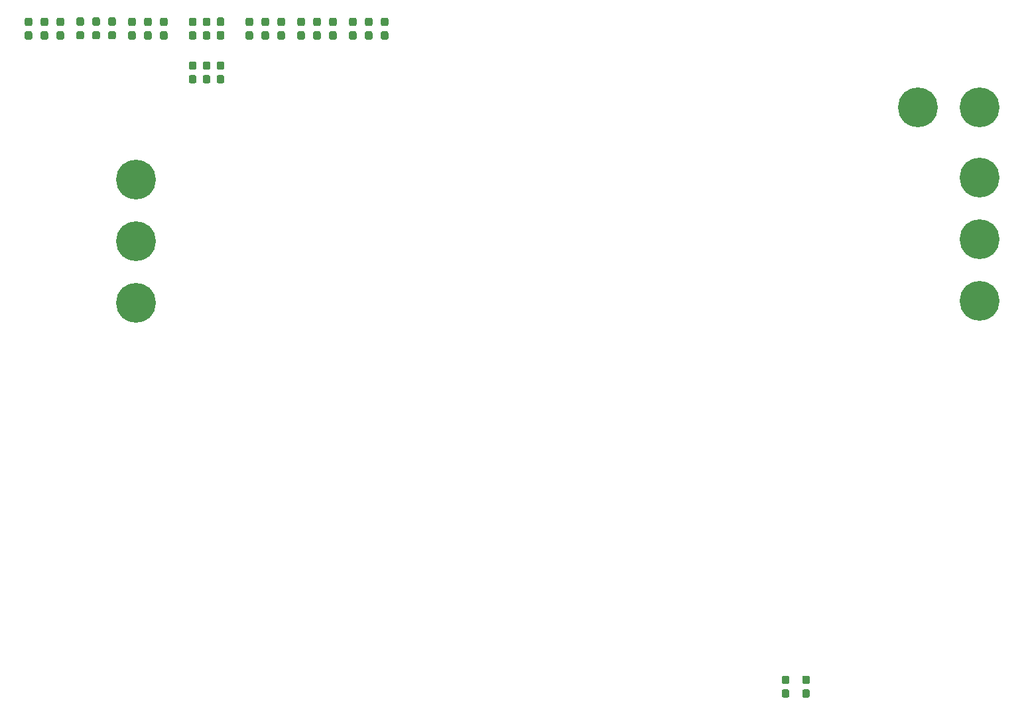
<source format=gbr>
G04 #@! TF.GenerationSoftware,KiCad,Pcbnew,(5.0.0)*
G04 #@! TF.CreationDate,2019-04-05T17:45:58-05:00*
G04 #@! TF.ProjectId,ODriveInterfacingBoard,4F4472697665496E746572666163696E,rev?*
G04 #@! TF.SameCoordinates,Original*
G04 #@! TF.FileFunction,Paste,Top*
G04 #@! TF.FilePolarity,Positive*
%FSLAX46Y46*%
G04 Gerber Fmt 4.6, Leading zero omitted, Abs format (unit mm)*
G04 Created by KiCad (PCBNEW (5.0.0)) date 04/05/19 17:45:58*
%MOMM*%
%LPD*%
G01*
G04 APERTURE LIST*
%ADD10C,5.080000*%
%ADD11C,0.100000*%
%ADD12C,0.950000*%
G04 APERTURE END LIST*
D10*
G04 #@! TO.C,Conn3*
X161036000Y-66548000D03*
X153162000Y-66548000D03*
G04 #@! TD*
D11*
G04 #@! TO.C,D1*
G36*
X64395779Y-55116144D02*
X64418834Y-55119563D01*
X64441443Y-55125227D01*
X64463387Y-55133079D01*
X64484457Y-55143044D01*
X64504448Y-55155026D01*
X64523168Y-55168910D01*
X64540438Y-55184562D01*
X64556090Y-55201832D01*
X64569974Y-55220552D01*
X64581956Y-55240543D01*
X64591921Y-55261613D01*
X64599773Y-55283557D01*
X64605437Y-55306166D01*
X64608856Y-55329221D01*
X64610000Y-55352500D01*
X64610000Y-55927500D01*
X64608856Y-55950779D01*
X64605437Y-55973834D01*
X64599773Y-55996443D01*
X64591921Y-56018387D01*
X64581956Y-56039457D01*
X64569974Y-56059448D01*
X64556090Y-56078168D01*
X64540438Y-56095438D01*
X64523168Y-56111090D01*
X64504448Y-56124974D01*
X64484457Y-56136956D01*
X64463387Y-56146921D01*
X64441443Y-56154773D01*
X64418834Y-56160437D01*
X64395779Y-56163856D01*
X64372500Y-56165000D01*
X63897500Y-56165000D01*
X63874221Y-56163856D01*
X63851166Y-56160437D01*
X63828557Y-56154773D01*
X63806613Y-56146921D01*
X63785543Y-56136956D01*
X63765552Y-56124974D01*
X63746832Y-56111090D01*
X63729562Y-56095438D01*
X63713910Y-56078168D01*
X63700026Y-56059448D01*
X63688044Y-56039457D01*
X63678079Y-56018387D01*
X63670227Y-55996443D01*
X63664563Y-55973834D01*
X63661144Y-55950779D01*
X63660000Y-55927500D01*
X63660000Y-55352500D01*
X63661144Y-55329221D01*
X63664563Y-55306166D01*
X63670227Y-55283557D01*
X63678079Y-55261613D01*
X63688044Y-55240543D01*
X63700026Y-55220552D01*
X63713910Y-55201832D01*
X63729562Y-55184562D01*
X63746832Y-55168910D01*
X63765552Y-55155026D01*
X63785543Y-55143044D01*
X63806613Y-55133079D01*
X63828557Y-55125227D01*
X63851166Y-55119563D01*
X63874221Y-55116144D01*
X63897500Y-55115000D01*
X64372500Y-55115000D01*
X64395779Y-55116144D01*
X64395779Y-55116144D01*
G37*
D12*
X64135000Y-55640000D03*
D11*
G36*
X64395779Y-56866144D02*
X64418834Y-56869563D01*
X64441443Y-56875227D01*
X64463387Y-56883079D01*
X64484457Y-56893044D01*
X64504448Y-56905026D01*
X64523168Y-56918910D01*
X64540438Y-56934562D01*
X64556090Y-56951832D01*
X64569974Y-56970552D01*
X64581956Y-56990543D01*
X64591921Y-57011613D01*
X64599773Y-57033557D01*
X64605437Y-57056166D01*
X64608856Y-57079221D01*
X64610000Y-57102500D01*
X64610000Y-57677500D01*
X64608856Y-57700779D01*
X64605437Y-57723834D01*
X64599773Y-57746443D01*
X64591921Y-57768387D01*
X64581956Y-57789457D01*
X64569974Y-57809448D01*
X64556090Y-57828168D01*
X64540438Y-57845438D01*
X64523168Y-57861090D01*
X64504448Y-57874974D01*
X64484457Y-57886956D01*
X64463387Y-57896921D01*
X64441443Y-57904773D01*
X64418834Y-57910437D01*
X64395779Y-57913856D01*
X64372500Y-57915000D01*
X63897500Y-57915000D01*
X63874221Y-57913856D01*
X63851166Y-57910437D01*
X63828557Y-57904773D01*
X63806613Y-57896921D01*
X63785543Y-57886956D01*
X63765552Y-57874974D01*
X63746832Y-57861090D01*
X63729562Y-57845438D01*
X63713910Y-57828168D01*
X63700026Y-57809448D01*
X63688044Y-57789457D01*
X63678079Y-57768387D01*
X63670227Y-57746443D01*
X63664563Y-57723834D01*
X63661144Y-57700779D01*
X63660000Y-57677500D01*
X63660000Y-57102500D01*
X63661144Y-57079221D01*
X63664563Y-57056166D01*
X63670227Y-57033557D01*
X63678079Y-57011613D01*
X63688044Y-56990543D01*
X63700026Y-56970552D01*
X63713910Y-56951832D01*
X63729562Y-56934562D01*
X63746832Y-56918910D01*
X63765552Y-56905026D01*
X63785543Y-56893044D01*
X63806613Y-56883079D01*
X63828557Y-56875227D01*
X63851166Y-56869563D01*
X63874221Y-56866144D01*
X63897500Y-56865000D01*
X64372500Y-56865000D01*
X64395779Y-56866144D01*
X64395779Y-56866144D01*
G37*
D12*
X64135000Y-57390000D03*
G04 #@! TD*
D11*
G04 #@! TO.C,D2*
G36*
X62617779Y-55130144D02*
X62640834Y-55133563D01*
X62663443Y-55139227D01*
X62685387Y-55147079D01*
X62706457Y-55157044D01*
X62726448Y-55169026D01*
X62745168Y-55182910D01*
X62762438Y-55198562D01*
X62778090Y-55215832D01*
X62791974Y-55234552D01*
X62803956Y-55254543D01*
X62813921Y-55275613D01*
X62821773Y-55297557D01*
X62827437Y-55320166D01*
X62830856Y-55343221D01*
X62832000Y-55366500D01*
X62832000Y-55941500D01*
X62830856Y-55964779D01*
X62827437Y-55987834D01*
X62821773Y-56010443D01*
X62813921Y-56032387D01*
X62803956Y-56053457D01*
X62791974Y-56073448D01*
X62778090Y-56092168D01*
X62762438Y-56109438D01*
X62745168Y-56125090D01*
X62726448Y-56138974D01*
X62706457Y-56150956D01*
X62685387Y-56160921D01*
X62663443Y-56168773D01*
X62640834Y-56174437D01*
X62617779Y-56177856D01*
X62594500Y-56179000D01*
X62119500Y-56179000D01*
X62096221Y-56177856D01*
X62073166Y-56174437D01*
X62050557Y-56168773D01*
X62028613Y-56160921D01*
X62007543Y-56150956D01*
X61987552Y-56138974D01*
X61968832Y-56125090D01*
X61951562Y-56109438D01*
X61935910Y-56092168D01*
X61922026Y-56073448D01*
X61910044Y-56053457D01*
X61900079Y-56032387D01*
X61892227Y-56010443D01*
X61886563Y-55987834D01*
X61883144Y-55964779D01*
X61882000Y-55941500D01*
X61882000Y-55366500D01*
X61883144Y-55343221D01*
X61886563Y-55320166D01*
X61892227Y-55297557D01*
X61900079Y-55275613D01*
X61910044Y-55254543D01*
X61922026Y-55234552D01*
X61935910Y-55215832D01*
X61951562Y-55198562D01*
X61968832Y-55182910D01*
X61987552Y-55169026D01*
X62007543Y-55157044D01*
X62028613Y-55147079D01*
X62050557Y-55139227D01*
X62073166Y-55133563D01*
X62096221Y-55130144D01*
X62119500Y-55129000D01*
X62594500Y-55129000D01*
X62617779Y-55130144D01*
X62617779Y-55130144D01*
G37*
D12*
X62357000Y-55654000D03*
D11*
G36*
X62617779Y-56880144D02*
X62640834Y-56883563D01*
X62663443Y-56889227D01*
X62685387Y-56897079D01*
X62706457Y-56907044D01*
X62726448Y-56919026D01*
X62745168Y-56932910D01*
X62762438Y-56948562D01*
X62778090Y-56965832D01*
X62791974Y-56984552D01*
X62803956Y-57004543D01*
X62813921Y-57025613D01*
X62821773Y-57047557D01*
X62827437Y-57070166D01*
X62830856Y-57093221D01*
X62832000Y-57116500D01*
X62832000Y-57691500D01*
X62830856Y-57714779D01*
X62827437Y-57737834D01*
X62821773Y-57760443D01*
X62813921Y-57782387D01*
X62803956Y-57803457D01*
X62791974Y-57823448D01*
X62778090Y-57842168D01*
X62762438Y-57859438D01*
X62745168Y-57875090D01*
X62726448Y-57888974D01*
X62706457Y-57900956D01*
X62685387Y-57910921D01*
X62663443Y-57918773D01*
X62640834Y-57924437D01*
X62617779Y-57927856D01*
X62594500Y-57929000D01*
X62119500Y-57929000D01*
X62096221Y-57927856D01*
X62073166Y-57924437D01*
X62050557Y-57918773D01*
X62028613Y-57910921D01*
X62007543Y-57900956D01*
X61987552Y-57888974D01*
X61968832Y-57875090D01*
X61951562Y-57859438D01*
X61935910Y-57842168D01*
X61922026Y-57823448D01*
X61910044Y-57803457D01*
X61900079Y-57782387D01*
X61892227Y-57760443D01*
X61886563Y-57737834D01*
X61883144Y-57714779D01*
X61882000Y-57691500D01*
X61882000Y-57116500D01*
X61883144Y-57093221D01*
X61886563Y-57070166D01*
X61892227Y-57047557D01*
X61900079Y-57025613D01*
X61910044Y-57004543D01*
X61922026Y-56984552D01*
X61935910Y-56965832D01*
X61951562Y-56948562D01*
X61968832Y-56932910D01*
X61987552Y-56919026D01*
X62007543Y-56907044D01*
X62028613Y-56897079D01*
X62050557Y-56889227D01*
X62073166Y-56883563D01*
X62096221Y-56880144D01*
X62119500Y-56879000D01*
X62594500Y-56879000D01*
X62617779Y-56880144D01*
X62617779Y-56880144D01*
G37*
D12*
X62357000Y-57404000D03*
G04 #@! TD*
D11*
G04 #@! TO.C,D3*
G36*
X70110779Y-55130144D02*
X70133834Y-55133563D01*
X70156443Y-55139227D01*
X70178387Y-55147079D01*
X70199457Y-55157044D01*
X70219448Y-55169026D01*
X70238168Y-55182910D01*
X70255438Y-55198562D01*
X70271090Y-55215832D01*
X70284974Y-55234552D01*
X70296956Y-55254543D01*
X70306921Y-55275613D01*
X70314773Y-55297557D01*
X70320437Y-55320166D01*
X70323856Y-55343221D01*
X70325000Y-55366500D01*
X70325000Y-55941500D01*
X70323856Y-55964779D01*
X70320437Y-55987834D01*
X70314773Y-56010443D01*
X70306921Y-56032387D01*
X70296956Y-56053457D01*
X70284974Y-56073448D01*
X70271090Y-56092168D01*
X70255438Y-56109438D01*
X70238168Y-56125090D01*
X70219448Y-56138974D01*
X70199457Y-56150956D01*
X70178387Y-56160921D01*
X70156443Y-56168773D01*
X70133834Y-56174437D01*
X70110779Y-56177856D01*
X70087500Y-56179000D01*
X69612500Y-56179000D01*
X69589221Y-56177856D01*
X69566166Y-56174437D01*
X69543557Y-56168773D01*
X69521613Y-56160921D01*
X69500543Y-56150956D01*
X69480552Y-56138974D01*
X69461832Y-56125090D01*
X69444562Y-56109438D01*
X69428910Y-56092168D01*
X69415026Y-56073448D01*
X69403044Y-56053457D01*
X69393079Y-56032387D01*
X69385227Y-56010443D01*
X69379563Y-55987834D01*
X69376144Y-55964779D01*
X69375000Y-55941500D01*
X69375000Y-55366500D01*
X69376144Y-55343221D01*
X69379563Y-55320166D01*
X69385227Y-55297557D01*
X69393079Y-55275613D01*
X69403044Y-55254543D01*
X69415026Y-55234552D01*
X69428910Y-55215832D01*
X69444562Y-55198562D01*
X69461832Y-55182910D01*
X69480552Y-55169026D01*
X69500543Y-55157044D01*
X69521613Y-55147079D01*
X69543557Y-55139227D01*
X69566166Y-55133563D01*
X69589221Y-55130144D01*
X69612500Y-55129000D01*
X70087500Y-55129000D01*
X70110779Y-55130144D01*
X70110779Y-55130144D01*
G37*
D12*
X69850000Y-55654000D03*
D11*
G36*
X70110779Y-56880144D02*
X70133834Y-56883563D01*
X70156443Y-56889227D01*
X70178387Y-56897079D01*
X70199457Y-56907044D01*
X70219448Y-56919026D01*
X70238168Y-56932910D01*
X70255438Y-56948562D01*
X70271090Y-56965832D01*
X70284974Y-56984552D01*
X70296956Y-57004543D01*
X70306921Y-57025613D01*
X70314773Y-57047557D01*
X70320437Y-57070166D01*
X70323856Y-57093221D01*
X70325000Y-57116500D01*
X70325000Y-57691500D01*
X70323856Y-57714779D01*
X70320437Y-57737834D01*
X70314773Y-57760443D01*
X70306921Y-57782387D01*
X70296956Y-57803457D01*
X70284974Y-57823448D01*
X70271090Y-57842168D01*
X70255438Y-57859438D01*
X70238168Y-57875090D01*
X70219448Y-57888974D01*
X70199457Y-57900956D01*
X70178387Y-57910921D01*
X70156443Y-57918773D01*
X70133834Y-57924437D01*
X70110779Y-57927856D01*
X70087500Y-57929000D01*
X69612500Y-57929000D01*
X69589221Y-57927856D01*
X69566166Y-57924437D01*
X69543557Y-57918773D01*
X69521613Y-57910921D01*
X69500543Y-57900956D01*
X69480552Y-57888974D01*
X69461832Y-57875090D01*
X69444562Y-57859438D01*
X69428910Y-57842168D01*
X69415026Y-57823448D01*
X69403044Y-57803457D01*
X69393079Y-57782387D01*
X69385227Y-57760443D01*
X69379563Y-57737834D01*
X69376144Y-57714779D01*
X69375000Y-57691500D01*
X69375000Y-57116500D01*
X69376144Y-57093221D01*
X69379563Y-57070166D01*
X69385227Y-57047557D01*
X69393079Y-57025613D01*
X69403044Y-57004543D01*
X69415026Y-56984552D01*
X69428910Y-56965832D01*
X69444562Y-56948562D01*
X69461832Y-56932910D01*
X69480552Y-56919026D01*
X69500543Y-56907044D01*
X69521613Y-56897079D01*
X69543557Y-56889227D01*
X69566166Y-56883563D01*
X69589221Y-56880144D01*
X69612500Y-56879000D01*
X70087500Y-56879000D01*
X70110779Y-56880144D01*
X70110779Y-56880144D01*
G37*
D12*
X69850000Y-57404000D03*
G04 #@! TD*
D11*
G04 #@! TO.C,D4*
G36*
X60839779Y-55130144D02*
X60862834Y-55133563D01*
X60885443Y-55139227D01*
X60907387Y-55147079D01*
X60928457Y-55157044D01*
X60948448Y-55169026D01*
X60967168Y-55182910D01*
X60984438Y-55198562D01*
X61000090Y-55215832D01*
X61013974Y-55234552D01*
X61025956Y-55254543D01*
X61035921Y-55275613D01*
X61043773Y-55297557D01*
X61049437Y-55320166D01*
X61052856Y-55343221D01*
X61054000Y-55366500D01*
X61054000Y-55941500D01*
X61052856Y-55964779D01*
X61049437Y-55987834D01*
X61043773Y-56010443D01*
X61035921Y-56032387D01*
X61025956Y-56053457D01*
X61013974Y-56073448D01*
X61000090Y-56092168D01*
X60984438Y-56109438D01*
X60967168Y-56125090D01*
X60948448Y-56138974D01*
X60928457Y-56150956D01*
X60907387Y-56160921D01*
X60885443Y-56168773D01*
X60862834Y-56174437D01*
X60839779Y-56177856D01*
X60816500Y-56179000D01*
X60341500Y-56179000D01*
X60318221Y-56177856D01*
X60295166Y-56174437D01*
X60272557Y-56168773D01*
X60250613Y-56160921D01*
X60229543Y-56150956D01*
X60209552Y-56138974D01*
X60190832Y-56125090D01*
X60173562Y-56109438D01*
X60157910Y-56092168D01*
X60144026Y-56073448D01*
X60132044Y-56053457D01*
X60122079Y-56032387D01*
X60114227Y-56010443D01*
X60108563Y-55987834D01*
X60105144Y-55964779D01*
X60104000Y-55941500D01*
X60104000Y-55366500D01*
X60105144Y-55343221D01*
X60108563Y-55320166D01*
X60114227Y-55297557D01*
X60122079Y-55275613D01*
X60132044Y-55254543D01*
X60144026Y-55234552D01*
X60157910Y-55215832D01*
X60173562Y-55198562D01*
X60190832Y-55182910D01*
X60209552Y-55169026D01*
X60229543Y-55157044D01*
X60250613Y-55147079D01*
X60272557Y-55139227D01*
X60295166Y-55133563D01*
X60318221Y-55130144D01*
X60341500Y-55129000D01*
X60816500Y-55129000D01*
X60839779Y-55130144D01*
X60839779Y-55130144D01*
G37*
D12*
X60579000Y-55654000D03*
D11*
G36*
X60839779Y-56880144D02*
X60862834Y-56883563D01*
X60885443Y-56889227D01*
X60907387Y-56897079D01*
X60928457Y-56907044D01*
X60948448Y-56919026D01*
X60967168Y-56932910D01*
X60984438Y-56948562D01*
X61000090Y-56965832D01*
X61013974Y-56984552D01*
X61025956Y-57004543D01*
X61035921Y-57025613D01*
X61043773Y-57047557D01*
X61049437Y-57070166D01*
X61052856Y-57093221D01*
X61054000Y-57116500D01*
X61054000Y-57691500D01*
X61052856Y-57714779D01*
X61049437Y-57737834D01*
X61043773Y-57760443D01*
X61035921Y-57782387D01*
X61025956Y-57803457D01*
X61013974Y-57823448D01*
X61000090Y-57842168D01*
X60984438Y-57859438D01*
X60967168Y-57875090D01*
X60948448Y-57888974D01*
X60928457Y-57900956D01*
X60907387Y-57910921D01*
X60885443Y-57918773D01*
X60862834Y-57924437D01*
X60839779Y-57927856D01*
X60816500Y-57929000D01*
X60341500Y-57929000D01*
X60318221Y-57927856D01*
X60295166Y-57924437D01*
X60272557Y-57918773D01*
X60250613Y-57910921D01*
X60229543Y-57900956D01*
X60209552Y-57888974D01*
X60190832Y-57875090D01*
X60173562Y-57859438D01*
X60157910Y-57842168D01*
X60144026Y-57823448D01*
X60132044Y-57803457D01*
X60122079Y-57782387D01*
X60114227Y-57760443D01*
X60108563Y-57737834D01*
X60105144Y-57714779D01*
X60104000Y-57691500D01*
X60104000Y-57116500D01*
X60105144Y-57093221D01*
X60108563Y-57070166D01*
X60114227Y-57047557D01*
X60122079Y-57025613D01*
X60132044Y-57004543D01*
X60144026Y-56984552D01*
X60157910Y-56965832D01*
X60173562Y-56948562D01*
X60190832Y-56932910D01*
X60209552Y-56919026D01*
X60229543Y-56907044D01*
X60250613Y-56897079D01*
X60272557Y-56889227D01*
X60295166Y-56883563D01*
X60318221Y-56880144D01*
X60341500Y-56879000D01*
X60816500Y-56879000D01*
X60839779Y-56880144D01*
X60839779Y-56880144D01*
G37*
D12*
X60579000Y-57404000D03*
G04 #@! TD*
D11*
G04 #@! TO.C,D5*
G36*
X72142779Y-56880144D02*
X72165834Y-56883563D01*
X72188443Y-56889227D01*
X72210387Y-56897079D01*
X72231457Y-56907044D01*
X72251448Y-56919026D01*
X72270168Y-56932910D01*
X72287438Y-56948562D01*
X72303090Y-56965832D01*
X72316974Y-56984552D01*
X72328956Y-57004543D01*
X72338921Y-57025613D01*
X72346773Y-57047557D01*
X72352437Y-57070166D01*
X72355856Y-57093221D01*
X72357000Y-57116500D01*
X72357000Y-57691500D01*
X72355856Y-57714779D01*
X72352437Y-57737834D01*
X72346773Y-57760443D01*
X72338921Y-57782387D01*
X72328956Y-57803457D01*
X72316974Y-57823448D01*
X72303090Y-57842168D01*
X72287438Y-57859438D01*
X72270168Y-57875090D01*
X72251448Y-57888974D01*
X72231457Y-57900956D01*
X72210387Y-57910921D01*
X72188443Y-57918773D01*
X72165834Y-57924437D01*
X72142779Y-57927856D01*
X72119500Y-57929000D01*
X71644500Y-57929000D01*
X71621221Y-57927856D01*
X71598166Y-57924437D01*
X71575557Y-57918773D01*
X71553613Y-57910921D01*
X71532543Y-57900956D01*
X71512552Y-57888974D01*
X71493832Y-57875090D01*
X71476562Y-57859438D01*
X71460910Y-57842168D01*
X71447026Y-57823448D01*
X71435044Y-57803457D01*
X71425079Y-57782387D01*
X71417227Y-57760443D01*
X71411563Y-57737834D01*
X71408144Y-57714779D01*
X71407000Y-57691500D01*
X71407000Y-57116500D01*
X71408144Y-57093221D01*
X71411563Y-57070166D01*
X71417227Y-57047557D01*
X71425079Y-57025613D01*
X71435044Y-57004543D01*
X71447026Y-56984552D01*
X71460910Y-56965832D01*
X71476562Y-56948562D01*
X71493832Y-56932910D01*
X71512552Y-56919026D01*
X71532543Y-56907044D01*
X71553613Y-56897079D01*
X71575557Y-56889227D01*
X71598166Y-56883563D01*
X71621221Y-56880144D01*
X71644500Y-56879000D01*
X72119500Y-56879000D01*
X72142779Y-56880144D01*
X72142779Y-56880144D01*
G37*
D12*
X71882000Y-57404000D03*
D11*
G36*
X72142779Y-55130144D02*
X72165834Y-55133563D01*
X72188443Y-55139227D01*
X72210387Y-55147079D01*
X72231457Y-55157044D01*
X72251448Y-55169026D01*
X72270168Y-55182910D01*
X72287438Y-55198562D01*
X72303090Y-55215832D01*
X72316974Y-55234552D01*
X72328956Y-55254543D01*
X72338921Y-55275613D01*
X72346773Y-55297557D01*
X72352437Y-55320166D01*
X72355856Y-55343221D01*
X72357000Y-55366500D01*
X72357000Y-55941500D01*
X72355856Y-55964779D01*
X72352437Y-55987834D01*
X72346773Y-56010443D01*
X72338921Y-56032387D01*
X72328956Y-56053457D01*
X72316974Y-56073448D01*
X72303090Y-56092168D01*
X72287438Y-56109438D01*
X72270168Y-56125090D01*
X72251448Y-56138974D01*
X72231457Y-56150956D01*
X72210387Y-56160921D01*
X72188443Y-56168773D01*
X72165834Y-56174437D01*
X72142779Y-56177856D01*
X72119500Y-56179000D01*
X71644500Y-56179000D01*
X71621221Y-56177856D01*
X71598166Y-56174437D01*
X71575557Y-56168773D01*
X71553613Y-56160921D01*
X71532543Y-56150956D01*
X71512552Y-56138974D01*
X71493832Y-56125090D01*
X71476562Y-56109438D01*
X71460910Y-56092168D01*
X71447026Y-56073448D01*
X71435044Y-56053457D01*
X71425079Y-56032387D01*
X71417227Y-56010443D01*
X71411563Y-55987834D01*
X71408144Y-55964779D01*
X71407000Y-55941500D01*
X71407000Y-55366500D01*
X71408144Y-55343221D01*
X71411563Y-55320166D01*
X71417227Y-55297557D01*
X71425079Y-55275613D01*
X71435044Y-55254543D01*
X71447026Y-55234552D01*
X71460910Y-55215832D01*
X71476562Y-55198562D01*
X71493832Y-55182910D01*
X71512552Y-55169026D01*
X71532543Y-55157044D01*
X71553613Y-55147079D01*
X71575557Y-55139227D01*
X71598166Y-55133563D01*
X71621221Y-55130144D01*
X71644500Y-55129000D01*
X72119500Y-55129000D01*
X72142779Y-55130144D01*
X72142779Y-55130144D01*
G37*
D12*
X71882000Y-55654000D03*
G04 #@! TD*
D11*
G04 #@! TO.C,D6*
G36*
X41916779Y-55130144D02*
X41939834Y-55133563D01*
X41962443Y-55139227D01*
X41984387Y-55147079D01*
X42005457Y-55157044D01*
X42025448Y-55169026D01*
X42044168Y-55182910D01*
X42061438Y-55198562D01*
X42077090Y-55215832D01*
X42090974Y-55234552D01*
X42102956Y-55254543D01*
X42112921Y-55275613D01*
X42120773Y-55297557D01*
X42126437Y-55320166D01*
X42129856Y-55343221D01*
X42131000Y-55366500D01*
X42131000Y-55941500D01*
X42129856Y-55964779D01*
X42126437Y-55987834D01*
X42120773Y-56010443D01*
X42112921Y-56032387D01*
X42102956Y-56053457D01*
X42090974Y-56073448D01*
X42077090Y-56092168D01*
X42061438Y-56109438D01*
X42044168Y-56125090D01*
X42025448Y-56138974D01*
X42005457Y-56150956D01*
X41984387Y-56160921D01*
X41962443Y-56168773D01*
X41939834Y-56174437D01*
X41916779Y-56177856D01*
X41893500Y-56179000D01*
X41418500Y-56179000D01*
X41395221Y-56177856D01*
X41372166Y-56174437D01*
X41349557Y-56168773D01*
X41327613Y-56160921D01*
X41306543Y-56150956D01*
X41286552Y-56138974D01*
X41267832Y-56125090D01*
X41250562Y-56109438D01*
X41234910Y-56092168D01*
X41221026Y-56073448D01*
X41209044Y-56053457D01*
X41199079Y-56032387D01*
X41191227Y-56010443D01*
X41185563Y-55987834D01*
X41182144Y-55964779D01*
X41181000Y-55941500D01*
X41181000Y-55366500D01*
X41182144Y-55343221D01*
X41185563Y-55320166D01*
X41191227Y-55297557D01*
X41199079Y-55275613D01*
X41209044Y-55254543D01*
X41221026Y-55234552D01*
X41234910Y-55215832D01*
X41250562Y-55198562D01*
X41267832Y-55182910D01*
X41286552Y-55169026D01*
X41306543Y-55157044D01*
X41327613Y-55147079D01*
X41349557Y-55139227D01*
X41372166Y-55133563D01*
X41395221Y-55130144D01*
X41418500Y-55129000D01*
X41893500Y-55129000D01*
X41916779Y-55130144D01*
X41916779Y-55130144D01*
G37*
D12*
X41656000Y-55654000D03*
D11*
G36*
X41916779Y-56880144D02*
X41939834Y-56883563D01*
X41962443Y-56889227D01*
X41984387Y-56897079D01*
X42005457Y-56907044D01*
X42025448Y-56919026D01*
X42044168Y-56932910D01*
X42061438Y-56948562D01*
X42077090Y-56965832D01*
X42090974Y-56984552D01*
X42102956Y-57004543D01*
X42112921Y-57025613D01*
X42120773Y-57047557D01*
X42126437Y-57070166D01*
X42129856Y-57093221D01*
X42131000Y-57116500D01*
X42131000Y-57691500D01*
X42129856Y-57714779D01*
X42126437Y-57737834D01*
X42120773Y-57760443D01*
X42112921Y-57782387D01*
X42102956Y-57803457D01*
X42090974Y-57823448D01*
X42077090Y-57842168D01*
X42061438Y-57859438D01*
X42044168Y-57875090D01*
X42025448Y-57888974D01*
X42005457Y-57900956D01*
X41984387Y-57910921D01*
X41962443Y-57918773D01*
X41939834Y-57924437D01*
X41916779Y-57927856D01*
X41893500Y-57929000D01*
X41418500Y-57929000D01*
X41395221Y-57927856D01*
X41372166Y-57924437D01*
X41349557Y-57918773D01*
X41327613Y-57910921D01*
X41306543Y-57900956D01*
X41286552Y-57888974D01*
X41267832Y-57875090D01*
X41250562Y-57859438D01*
X41234910Y-57842168D01*
X41221026Y-57823448D01*
X41209044Y-57803457D01*
X41199079Y-57782387D01*
X41191227Y-57760443D01*
X41185563Y-57737834D01*
X41182144Y-57714779D01*
X41181000Y-57691500D01*
X41181000Y-57116500D01*
X41182144Y-57093221D01*
X41185563Y-57070166D01*
X41191227Y-57047557D01*
X41199079Y-57025613D01*
X41209044Y-57004543D01*
X41221026Y-56984552D01*
X41234910Y-56965832D01*
X41250562Y-56948562D01*
X41267832Y-56932910D01*
X41286552Y-56919026D01*
X41306543Y-56907044D01*
X41327613Y-56897079D01*
X41349557Y-56889227D01*
X41372166Y-56883563D01*
X41395221Y-56880144D01*
X41418500Y-56879000D01*
X41893500Y-56879000D01*
X41916779Y-56880144D01*
X41916779Y-56880144D01*
G37*
D12*
X41656000Y-57404000D03*
G04 #@! TD*
D11*
G04 #@! TO.C,D7*
G36*
X76714779Y-56880144D02*
X76737834Y-56883563D01*
X76760443Y-56889227D01*
X76782387Y-56897079D01*
X76803457Y-56907044D01*
X76823448Y-56919026D01*
X76842168Y-56932910D01*
X76859438Y-56948562D01*
X76875090Y-56965832D01*
X76888974Y-56984552D01*
X76900956Y-57004543D01*
X76910921Y-57025613D01*
X76918773Y-57047557D01*
X76924437Y-57070166D01*
X76927856Y-57093221D01*
X76929000Y-57116500D01*
X76929000Y-57691500D01*
X76927856Y-57714779D01*
X76924437Y-57737834D01*
X76918773Y-57760443D01*
X76910921Y-57782387D01*
X76900956Y-57803457D01*
X76888974Y-57823448D01*
X76875090Y-57842168D01*
X76859438Y-57859438D01*
X76842168Y-57875090D01*
X76823448Y-57888974D01*
X76803457Y-57900956D01*
X76782387Y-57910921D01*
X76760443Y-57918773D01*
X76737834Y-57924437D01*
X76714779Y-57927856D01*
X76691500Y-57929000D01*
X76216500Y-57929000D01*
X76193221Y-57927856D01*
X76170166Y-57924437D01*
X76147557Y-57918773D01*
X76125613Y-57910921D01*
X76104543Y-57900956D01*
X76084552Y-57888974D01*
X76065832Y-57875090D01*
X76048562Y-57859438D01*
X76032910Y-57842168D01*
X76019026Y-57823448D01*
X76007044Y-57803457D01*
X75997079Y-57782387D01*
X75989227Y-57760443D01*
X75983563Y-57737834D01*
X75980144Y-57714779D01*
X75979000Y-57691500D01*
X75979000Y-57116500D01*
X75980144Y-57093221D01*
X75983563Y-57070166D01*
X75989227Y-57047557D01*
X75997079Y-57025613D01*
X76007044Y-57004543D01*
X76019026Y-56984552D01*
X76032910Y-56965832D01*
X76048562Y-56948562D01*
X76065832Y-56932910D01*
X76084552Y-56919026D01*
X76104543Y-56907044D01*
X76125613Y-56897079D01*
X76147557Y-56889227D01*
X76170166Y-56883563D01*
X76193221Y-56880144D01*
X76216500Y-56879000D01*
X76691500Y-56879000D01*
X76714779Y-56880144D01*
X76714779Y-56880144D01*
G37*
D12*
X76454000Y-57404000D03*
D11*
G36*
X76714779Y-55130144D02*
X76737834Y-55133563D01*
X76760443Y-55139227D01*
X76782387Y-55147079D01*
X76803457Y-55157044D01*
X76823448Y-55169026D01*
X76842168Y-55182910D01*
X76859438Y-55198562D01*
X76875090Y-55215832D01*
X76888974Y-55234552D01*
X76900956Y-55254543D01*
X76910921Y-55275613D01*
X76918773Y-55297557D01*
X76924437Y-55320166D01*
X76927856Y-55343221D01*
X76929000Y-55366500D01*
X76929000Y-55941500D01*
X76927856Y-55964779D01*
X76924437Y-55987834D01*
X76918773Y-56010443D01*
X76910921Y-56032387D01*
X76900956Y-56053457D01*
X76888974Y-56073448D01*
X76875090Y-56092168D01*
X76859438Y-56109438D01*
X76842168Y-56125090D01*
X76823448Y-56138974D01*
X76803457Y-56150956D01*
X76782387Y-56160921D01*
X76760443Y-56168773D01*
X76737834Y-56174437D01*
X76714779Y-56177856D01*
X76691500Y-56179000D01*
X76216500Y-56179000D01*
X76193221Y-56177856D01*
X76170166Y-56174437D01*
X76147557Y-56168773D01*
X76125613Y-56160921D01*
X76104543Y-56150956D01*
X76084552Y-56138974D01*
X76065832Y-56125090D01*
X76048562Y-56109438D01*
X76032910Y-56092168D01*
X76019026Y-56073448D01*
X76007044Y-56053457D01*
X75997079Y-56032387D01*
X75989227Y-56010443D01*
X75983563Y-55987834D01*
X75980144Y-55964779D01*
X75979000Y-55941500D01*
X75979000Y-55366500D01*
X75980144Y-55343221D01*
X75983563Y-55320166D01*
X75989227Y-55297557D01*
X75997079Y-55275613D01*
X76007044Y-55254543D01*
X76019026Y-55234552D01*
X76032910Y-55215832D01*
X76048562Y-55198562D01*
X76065832Y-55182910D01*
X76084552Y-55169026D01*
X76104543Y-55157044D01*
X76125613Y-55147079D01*
X76147557Y-55139227D01*
X76170166Y-55133563D01*
X76193221Y-55130144D01*
X76216500Y-55129000D01*
X76691500Y-55129000D01*
X76714779Y-55130144D01*
X76714779Y-55130144D01*
G37*
D12*
X76454000Y-55654000D03*
G04 #@! TD*
D11*
G04 #@! TO.C,D8*
G36*
X43948779Y-55130144D02*
X43971834Y-55133563D01*
X43994443Y-55139227D01*
X44016387Y-55147079D01*
X44037457Y-55157044D01*
X44057448Y-55169026D01*
X44076168Y-55182910D01*
X44093438Y-55198562D01*
X44109090Y-55215832D01*
X44122974Y-55234552D01*
X44134956Y-55254543D01*
X44144921Y-55275613D01*
X44152773Y-55297557D01*
X44158437Y-55320166D01*
X44161856Y-55343221D01*
X44163000Y-55366500D01*
X44163000Y-55941500D01*
X44161856Y-55964779D01*
X44158437Y-55987834D01*
X44152773Y-56010443D01*
X44144921Y-56032387D01*
X44134956Y-56053457D01*
X44122974Y-56073448D01*
X44109090Y-56092168D01*
X44093438Y-56109438D01*
X44076168Y-56125090D01*
X44057448Y-56138974D01*
X44037457Y-56150956D01*
X44016387Y-56160921D01*
X43994443Y-56168773D01*
X43971834Y-56174437D01*
X43948779Y-56177856D01*
X43925500Y-56179000D01*
X43450500Y-56179000D01*
X43427221Y-56177856D01*
X43404166Y-56174437D01*
X43381557Y-56168773D01*
X43359613Y-56160921D01*
X43338543Y-56150956D01*
X43318552Y-56138974D01*
X43299832Y-56125090D01*
X43282562Y-56109438D01*
X43266910Y-56092168D01*
X43253026Y-56073448D01*
X43241044Y-56053457D01*
X43231079Y-56032387D01*
X43223227Y-56010443D01*
X43217563Y-55987834D01*
X43214144Y-55964779D01*
X43213000Y-55941500D01*
X43213000Y-55366500D01*
X43214144Y-55343221D01*
X43217563Y-55320166D01*
X43223227Y-55297557D01*
X43231079Y-55275613D01*
X43241044Y-55254543D01*
X43253026Y-55234552D01*
X43266910Y-55215832D01*
X43282562Y-55198562D01*
X43299832Y-55182910D01*
X43318552Y-55169026D01*
X43338543Y-55157044D01*
X43359613Y-55147079D01*
X43381557Y-55139227D01*
X43404166Y-55133563D01*
X43427221Y-55130144D01*
X43450500Y-55129000D01*
X43925500Y-55129000D01*
X43948779Y-55130144D01*
X43948779Y-55130144D01*
G37*
D12*
X43688000Y-55654000D03*
D11*
G36*
X43948779Y-56880144D02*
X43971834Y-56883563D01*
X43994443Y-56889227D01*
X44016387Y-56897079D01*
X44037457Y-56907044D01*
X44057448Y-56919026D01*
X44076168Y-56932910D01*
X44093438Y-56948562D01*
X44109090Y-56965832D01*
X44122974Y-56984552D01*
X44134956Y-57004543D01*
X44144921Y-57025613D01*
X44152773Y-57047557D01*
X44158437Y-57070166D01*
X44161856Y-57093221D01*
X44163000Y-57116500D01*
X44163000Y-57691500D01*
X44161856Y-57714779D01*
X44158437Y-57737834D01*
X44152773Y-57760443D01*
X44144921Y-57782387D01*
X44134956Y-57803457D01*
X44122974Y-57823448D01*
X44109090Y-57842168D01*
X44093438Y-57859438D01*
X44076168Y-57875090D01*
X44057448Y-57888974D01*
X44037457Y-57900956D01*
X44016387Y-57910921D01*
X43994443Y-57918773D01*
X43971834Y-57924437D01*
X43948779Y-57927856D01*
X43925500Y-57929000D01*
X43450500Y-57929000D01*
X43427221Y-57927856D01*
X43404166Y-57924437D01*
X43381557Y-57918773D01*
X43359613Y-57910921D01*
X43338543Y-57900956D01*
X43318552Y-57888974D01*
X43299832Y-57875090D01*
X43282562Y-57859438D01*
X43266910Y-57842168D01*
X43253026Y-57823448D01*
X43241044Y-57803457D01*
X43231079Y-57782387D01*
X43223227Y-57760443D01*
X43217563Y-57737834D01*
X43214144Y-57714779D01*
X43213000Y-57691500D01*
X43213000Y-57116500D01*
X43214144Y-57093221D01*
X43217563Y-57070166D01*
X43223227Y-57047557D01*
X43231079Y-57025613D01*
X43241044Y-57004543D01*
X43253026Y-56984552D01*
X43266910Y-56965832D01*
X43282562Y-56948562D01*
X43299832Y-56932910D01*
X43318552Y-56919026D01*
X43338543Y-56907044D01*
X43359613Y-56897079D01*
X43381557Y-56889227D01*
X43404166Y-56883563D01*
X43427221Y-56880144D01*
X43450500Y-56879000D01*
X43925500Y-56879000D01*
X43948779Y-56880144D01*
X43948779Y-56880144D01*
G37*
D12*
X43688000Y-57404000D03*
G04 #@! TD*
D11*
G04 #@! TO.C,D9*
G36*
X78746779Y-56880144D02*
X78769834Y-56883563D01*
X78792443Y-56889227D01*
X78814387Y-56897079D01*
X78835457Y-56907044D01*
X78855448Y-56919026D01*
X78874168Y-56932910D01*
X78891438Y-56948562D01*
X78907090Y-56965832D01*
X78920974Y-56984552D01*
X78932956Y-57004543D01*
X78942921Y-57025613D01*
X78950773Y-57047557D01*
X78956437Y-57070166D01*
X78959856Y-57093221D01*
X78961000Y-57116500D01*
X78961000Y-57691500D01*
X78959856Y-57714779D01*
X78956437Y-57737834D01*
X78950773Y-57760443D01*
X78942921Y-57782387D01*
X78932956Y-57803457D01*
X78920974Y-57823448D01*
X78907090Y-57842168D01*
X78891438Y-57859438D01*
X78874168Y-57875090D01*
X78855448Y-57888974D01*
X78835457Y-57900956D01*
X78814387Y-57910921D01*
X78792443Y-57918773D01*
X78769834Y-57924437D01*
X78746779Y-57927856D01*
X78723500Y-57929000D01*
X78248500Y-57929000D01*
X78225221Y-57927856D01*
X78202166Y-57924437D01*
X78179557Y-57918773D01*
X78157613Y-57910921D01*
X78136543Y-57900956D01*
X78116552Y-57888974D01*
X78097832Y-57875090D01*
X78080562Y-57859438D01*
X78064910Y-57842168D01*
X78051026Y-57823448D01*
X78039044Y-57803457D01*
X78029079Y-57782387D01*
X78021227Y-57760443D01*
X78015563Y-57737834D01*
X78012144Y-57714779D01*
X78011000Y-57691500D01*
X78011000Y-57116500D01*
X78012144Y-57093221D01*
X78015563Y-57070166D01*
X78021227Y-57047557D01*
X78029079Y-57025613D01*
X78039044Y-57004543D01*
X78051026Y-56984552D01*
X78064910Y-56965832D01*
X78080562Y-56948562D01*
X78097832Y-56932910D01*
X78116552Y-56919026D01*
X78136543Y-56907044D01*
X78157613Y-56897079D01*
X78179557Y-56889227D01*
X78202166Y-56883563D01*
X78225221Y-56880144D01*
X78248500Y-56879000D01*
X78723500Y-56879000D01*
X78746779Y-56880144D01*
X78746779Y-56880144D01*
G37*
D12*
X78486000Y-57404000D03*
D11*
G36*
X78746779Y-55130144D02*
X78769834Y-55133563D01*
X78792443Y-55139227D01*
X78814387Y-55147079D01*
X78835457Y-55157044D01*
X78855448Y-55169026D01*
X78874168Y-55182910D01*
X78891438Y-55198562D01*
X78907090Y-55215832D01*
X78920974Y-55234552D01*
X78932956Y-55254543D01*
X78942921Y-55275613D01*
X78950773Y-55297557D01*
X78956437Y-55320166D01*
X78959856Y-55343221D01*
X78961000Y-55366500D01*
X78961000Y-55941500D01*
X78959856Y-55964779D01*
X78956437Y-55987834D01*
X78950773Y-56010443D01*
X78942921Y-56032387D01*
X78932956Y-56053457D01*
X78920974Y-56073448D01*
X78907090Y-56092168D01*
X78891438Y-56109438D01*
X78874168Y-56125090D01*
X78855448Y-56138974D01*
X78835457Y-56150956D01*
X78814387Y-56160921D01*
X78792443Y-56168773D01*
X78769834Y-56174437D01*
X78746779Y-56177856D01*
X78723500Y-56179000D01*
X78248500Y-56179000D01*
X78225221Y-56177856D01*
X78202166Y-56174437D01*
X78179557Y-56168773D01*
X78157613Y-56160921D01*
X78136543Y-56150956D01*
X78116552Y-56138974D01*
X78097832Y-56125090D01*
X78080562Y-56109438D01*
X78064910Y-56092168D01*
X78051026Y-56073448D01*
X78039044Y-56053457D01*
X78029079Y-56032387D01*
X78021227Y-56010443D01*
X78015563Y-55987834D01*
X78012144Y-55964779D01*
X78011000Y-55941500D01*
X78011000Y-55366500D01*
X78012144Y-55343221D01*
X78015563Y-55320166D01*
X78021227Y-55297557D01*
X78029079Y-55275613D01*
X78039044Y-55254543D01*
X78051026Y-55234552D01*
X78064910Y-55215832D01*
X78080562Y-55198562D01*
X78097832Y-55182910D01*
X78116552Y-55169026D01*
X78136543Y-55157044D01*
X78157613Y-55147079D01*
X78179557Y-55139227D01*
X78202166Y-55133563D01*
X78225221Y-55130144D01*
X78248500Y-55129000D01*
X78723500Y-55129000D01*
X78746779Y-55130144D01*
X78746779Y-55130144D01*
G37*
D12*
X78486000Y-55654000D03*
G04 #@! TD*
D11*
G04 #@! TO.C,D10*
G36*
X48520779Y-56852144D02*
X48543834Y-56855563D01*
X48566443Y-56861227D01*
X48588387Y-56869079D01*
X48609457Y-56879044D01*
X48629448Y-56891026D01*
X48648168Y-56904910D01*
X48665438Y-56920562D01*
X48681090Y-56937832D01*
X48694974Y-56956552D01*
X48706956Y-56976543D01*
X48716921Y-56997613D01*
X48724773Y-57019557D01*
X48730437Y-57042166D01*
X48733856Y-57065221D01*
X48735000Y-57088500D01*
X48735000Y-57663500D01*
X48733856Y-57686779D01*
X48730437Y-57709834D01*
X48724773Y-57732443D01*
X48716921Y-57754387D01*
X48706956Y-57775457D01*
X48694974Y-57795448D01*
X48681090Y-57814168D01*
X48665438Y-57831438D01*
X48648168Y-57847090D01*
X48629448Y-57860974D01*
X48609457Y-57872956D01*
X48588387Y-57882921D01*
X48566443Y-57890773D01*
X48543834Y-57896437D01*
X48520779Y-57899856D01*
X48497500Y-57901000D01*
X48022500Y-57901000D01*
X47999221Y-57899856D01*
X47976166Y-57896437D01*
X47953557Y-57890773D01*
X47931613Y-57882921D01*
X47910543Y-57872956D01*
X47890552Y-57860974D01*
X47871832Y-57847090D01*
X47854562Y-57831438D01*
X47838910Y-57814168D01*
X47825026Y-57795448D01*
X47813044Y-57775457D01*
X47803079Y-57754387D01*
X47795227Y-57732443D01*
X47789563Y-57709834D01*
X47786144Y-57686779D01*
X47785000Y-57663500D01*
X47785000Y-57088500D01*
X47786144Y-57065221D01*
X47789563Y-57042166D01*
X47795227Y-57019557D01*
X47803079Y-56997613D01*
X47813044Y-56976543D01*
X47825026Y-56956552D01*
X47838910Y-56937832D01*
X47854562Y-56920562D01*
X47871832Y-56904910D01*
X47890552Y-56891026D01*
X47910543Y-56879044D01*
X47931613Y-56869079D01*
X47953557Y-56861227D01*
X47976166Y-56855563D01*
X47999221Y-56852144D01*
X48022500Y-56851000D01*
X48497500Y-56851000D01*
X48520779Y-56852144D01*
X48520779Y-56852144D01*
G37*
D12*
X48260000Y-57376000D03*
D11*
G36*
X48520779Y-55102144D02*
X48543834Y-55105563D01*
X48566443Y-55111227D01*
X48588387Y-55119079D01*
X48609457Y-55129044D01*
X48629448Y-55141026D01*
X48648168Y-55154910D01*
X48665438Y-55170562D01*
X48681090Y-55187832D01*
X48694974Y-55206552D01*
X48706956Y-55226543D01*
X48716921Y-55247613D01*
X48724773Y-55269557D01*
X48730437Y-55292166D01*
X48733856Y-55315221D01*
X48735000Y-55338500D01*
X48735000Y-55913500D01*
X48733856Y-55936779D01*
X48730437Y-55959834D01*
X48724773Y-55982443D01*
X48716921Y-56004387D01*
X48706956Y-56025457D01*
X48694974Y-56045448D01*
X48681090Y-56064168D01*
X48665438Y-56081438D01*
X48648168Y-56097090D01*
X48629448Y-56110974D01*
X48609457Y-56122956D01*
X48588387Y-56132921D01*
X48566443Y-56140773D01*
X48543834Y-56146437D01*
X48520779Y-56149856D01*
X48497500Y-56151000D01*
X48022500Y-56151000D01*
X47999221Y-56149856D01*
X47976166Y-56146437D01*
X47953557Y-56140773D01*
X47931613Y-56132921D01*
X47910543Y-56122956D01*
X47890552Y-56110974D01*
X47871832Y-56097090D01*
X47854562Y-56081438D01*
X47838910Y-56064168D01*
X47825026Y-56045448D01*
X47813044Y-56025457D01*
X47803079Y-56004387D01*
X47795227Y-55982443D01*
X47789563Y-55959834D01*
X47786144Y-55936779D01*
X47785000Y-55913500D01*
X47785000Y-55338500D01*
X47786144Y-55315221D01*
X47789563Y-55292166D01*
X47795227Y-55269557D01*
X47803079Y-55247613D01*
X47813044Y-55226543D01*
X47825026Y-55206552D01*
X47838910Y-55187832D01*
X47854562Y-55170562D01*
X47871832Y-55154910D01*
X47890552Y-55141026D01*
X47910543Y-55129044D01*
X47931613Y-55119079D01*
X47953557Y-55111227D01*
X47976166Y-55105563D01*
X47999221Y-55102144D01*
X48022500Y-55101000D01*
X48497500Y-55101000D01*
X48520779Y-55102144D01*
X48520779Y-55102144D01*
G37*
D12*
X48260000Y-55626000D03*
G04 #@! TD*
D11*
G04 #@! TO.C,D11*
G36*
X83318779Y-56880144D02*
X83341834Y-56883563D01*
X83364443Y-56889227D01*
X83386387Y-56897079D01*
X83407457Y-56907044D01*
X83427448Y-56919026D01*
X83446168Y-56932910D01*
X83463438Y-56948562D01*
X83479090Y-56965832D01*
X83492974Y-56984552D01*
X83504956Y-57004543D01*
X83514921Y-57025613D01*
X83522773Y-57047557D01*
X83528437Y-57070166D01*
X83531856Y-57093221D01*
X83533000Y-57116500D01*
X83533000Y-57691500D01*
X83531856Y-57714779D01*
X83528437Y-57737834D01*
X83522773Y-57760443D01*
X83514921Y-57782387D01*
X83504956Y-57803457D01*
X83492974Y-57823448D01*
X83479090Y-57842168D01*
X83463438Y-57859438D01*
X83446168Y-57875090D01*
X83427448Y-57888974D01*
X83407457Y-57900956D01*
X83386387Y-57910921D01*
X83364443Y-57918773D01*
X83341834Y-57924437D01*
X83318779Y-57927856D01*
X83295500Y-57929000D01*
X82820500Y-57929000D01*
X82797221Y-57927856D01*
X82774166Y-57924437D01*
X82751557Y-57918773D01*
X82729613Y-57910921D01*
X82708543Y-57900956D01*
X82688552Y-57888974D01*
X82669832Y-57875090D01*
X82652562Y-57859438D01*
X82636910Y-57842168D01*
X82623026Y-57823448D01*
X82611044Y-57803457D01*
X82601079Y-57782387D01*
X82593227Y-57760443D01*
X82587563Y-57737834D01*
X82584144Y-57714779D01*
X82583000Y-57691500D01*
X82583000Y-57116500D01*
X82584144Y-57093221D01*
X82587563Y-57070166D01*
X82593227Y-57047557D01*
X82601079Y-57025613D01*
X82611044Y-57004543D01*
X82623026Y-56984552D01*
X82636910Y-56965832D01*
X82652562Y-56948562D01*
X82669832Y-56932910D01*
X82688552Y-56919026D01*
X82708543Y-56907044D01*
X82729613Y-56897079D01*
X82751557Y-56889227D01*
X82774166Y-56883563D01*
X82797221Y-56880144D01*
X82820500Y-56879000D01*
X83295500Y-56879000D01*
X83318779Y-56880144D01*
X83318779Y-56880144D01*
G37*
D12*
X83058000Y-57404000D03*
D11*
G36*
X83318779Y-55130144D02*
X83341834Y-55133563D01*
X83364443Y-55139227D01*
X83386387Y-55147079D01*
X83407457Y-55157044D01*
X83427448Y-55169026D01*
X83446168Y-55182910D01*
X83463438Y-55198562D01*
X83479090Y-55215832D01*
X83492974Y-55234552D01*
X83504956Y-55254543D01*
X83514921Y-55275613D01*
X83522773Y-55297557D01*
X83528437Y-55320166D01*
X83531856Y-55343221D01*
X83533000Y-55366500D01*
X83533000Y-55941500D01*
X83531856Y-55964779D01*
X83528437Y-55987834D01*
X83522773Y-56010443D01*
X83514921Y-56032387D01*
X83504956Y-56053457D01*
X83492974Y-56073448D01*
X83479090Y-56092168D01*
X83463438Y-56109438D01*
X83446168Y-56125090D01*
X83427448Y-56138974D01*
X83407457Y-56150956D01*
X83386387Y-56160921D01*
X83364443Y-56168773D01*
X83341834Y-56174437D01*
X83318779Y-56177856D01*
X83295500Y-56179000D01*
X82820500Y-56179000D01*
X82797221Y-56177856D01*
X82774166Y-56174437D01*
X82751557Y-56168773D01*
X82729613Y-56160921D01*
X82708543Y-56150956D01*
X82688552Y-56138974D01*
X82669832Y-56125090D01*
X82652562Y-56109438D01*
X82636910Y-56092168D01*
X82623026Y-56073448D01*
X82611044Y-56053457D01*
X82601079Y-56032387D01*
X82593227Y-56010443D01*
X82587563Y-55987834D01*
X82584144Y-55964779D01*
X82583000Y-55941500D01*
X82583000Y-55366500D01*
X82584144Y-55343221D01*
X82587563Y-55320166D01*
X82593227Y-55297557D01*
X82601079Y-55275613D01*
X82611044Y-55254543D01*
X82623026Y-55234552D01*
X82636910Y-55215832D01*
X82652562Y-55198562D01*
X82669832Y-55182910D01*
X82688552Y-55169026D01*
X82708543Y-55157044D01*
X82729613Y-55147079D01*
X82751557Y-55139227D01*
X82774166Y-55133563D01*
X82797221Y-55130144D01*
X82820500Y-55129000D01*
X83295500Y-55129000D01*
X83318779Y-55130144D01*
X83318779Y-55130144D01*
G37*
D12*
X83058000Y-55654000D03*
G04 #@! TD*
D11*
G04 #@! TO.C,D12*
G36*
X50552779Y-56852144D02*
X50575834Y-56855563D01*
X50598443Y-56861227D01*
X50620387Y-56869079D01*
X50641457Y-56879044D01*
X50661448Y-56891026D01*
X50680168Y-56904910D01*
X50697438Y-56920562D01*
X50713090Y-56937832D01*
X50726974Y-56956552D01*
X50738956Y-56976543D01*
X50748921Y-56997613D01*
X50756773Y-57019557D01*
X50762437Y-57042166D01*
X50765856Y-57065221D01*
X50767000Y-57088500D01*
X50767000Y-57663500D01*
X50765856Y-57686779D01*
X50762437Y-57709834D01*
X50756773Y-57732443D01*
X50748921Y-57754387D01*
X50738956Y-57775457D01*
X50726974Y-57795448D01*
X50713090Y-57814168D01*
X50697438Y-57831438D01*
X50680168Y-57847090D01*
X50661448Y-57860974D01*
X50641457Y-57872956D01*
X50620387Y-57882921D01*
X50598443Y-57890773D01*
X50575834Y-57896437D01*
X50552779Y-57899856D01*
X50529500Y-57901000D01*
X50054500Y-57901000D01*
X50031221Y-57899856D01*
X50008166Y-57896437D01*
X49985557Y-57890773D01*
X49963613Y-57882921D01*
X49942543Y-57872956D01*
X49922552Y-57860974D01*
X49903832Y-57847090D01*
X49886562Y-57831438D01*
X49870910Y-57814168D01*
X49857026Y-57795448D01*
X49845044Y-57775457D01*
X49835079Y-57754387D01*
X49827227Y-57732443D01*
X49821563Y-57709834D01*
X49818144Y-57686779D01*
X49817000Y-57663500D01*
X49817000Y-57088500D01*
X49818144Y-57065221D01*
X49821563Y-57042166D01*
X49827227Y-57019557D01*
X49835079Y-56997613D01*
X49845044Y-56976543D01*
X49857026Y-56956552D01*
X49870910Y-56937832D01*
X49886562Y-56920562D01*
X49903832Y-56904910D01*
X49922552Y-56891026D01*
X49942543Y-56879044D01*
X49963613Y-56869079D01*
X49985557Y-56861227D01*
X50008166Y-56855563D01*
X50031221Y-56852144D01*
X50054500Y-56851000D01*
X50529500Y-56851000D01*
X50552779Y-56852144D01*
X50552779Y-56852144D01*
G37*
D12*
X50292000Y-57376000D03*
D11*
G36*
X50552779Y-55102144D02*
X50575834Y-55105563D01*
X50598443Y-55111227D01*
X50620387Y-55119079D01*
X50641457Y-55129044D01*
X50661448Y-55141026D01*
X50680168Y-55154910D01*
X50697438Y-55170562D01*
X50713090Y-55187832D01*
X50726974Y-55206552D01*
X50738956Y-55226543D01*
X50748921Y-55247613D01*
X50756773Y-55269557D01*
X50762437Y-55292166D01*
X50765856Y-55315221D01*
X50767000Y-55338500D01*
X50767000Y-55913500D01*
X50765856Y-55936779D01*
X50762437Y-55959834D01*
X50756773Y-55982443D01*
X50748921Y-56004387D01*
X50738956Y-56025457D01*
X50726974Y-56045448D01*
X50713090Y-56064168D01*
X50697438Y-56081438D01*
X50680168Y-56097090D01*
X50661448Y-56110974D01*
X50641457Y-56122956D01*
X50620387Y-56132921D01*
X50598443Y-56140773D01*
X50575834Y-56146437D01*
X50552779Y-56149856D01*
X50529500Y-56151000D01*
X50054500Y-56151000D01*
X50031221Y-56149856D01*
X50008166Y-56146437D01*
X49985557Y-56140773D01*
X49963613Y-56132921D01*
X49942543Y-56122956D01*
X49922552Y-56110974D01*
X49903832Y-56097090D01*
X49886562Y-56081438D01*
X49870910Y-56064168D01*
X49857026Y-56045448D01*
X49845044Y-56025457D01*
X49835079Y-56004387D01*
X49827227Y-55982443D01*
X49821563Y-55959834D01*
X49818144Y-55936779D01*
X49817000Y-55913500D01*
X49817000Y-55338500D01*
X49818144Y-55315221D01*
X49821563Y-55292166D01*
X49827227Y-55269557D01*
X49835079Y-55247613D01*
X49845044Y-55226543D01*
X49857026Y-55206552D01*
X49870910Y-55187832D01*
X49886562Y-55170562D01*
X49903832Y-55154910D01*
X49922552Y-55141026D01*
X49942543Y-55129044D01*
X49963613Y-55119079D01*
X49985557Y-55111227D01*
X50008166Y-55105563D01*
X50031221Y-55102144D01*
X50054500Y-55101000D01*
X50529500Y-55101000D01*
X50552779Y-55102144D01*
X50552779Y-55102144D01*
G37*
D12*
X50292000Y-55626000D03*
G04 #@! TD*
D11*
G04 #@! TO.C,D13*
G36*
X85350779Y-56880144D02*
X85373834Y-56883563D01*
X85396443Y-56889227D01*
X85418387Y-56897079D01*
X85439457Y-56907044D01*
X85459448Y-56919026D01*
X85478168Y-56932910D01*
X85495438Y-56948562D01*
X85511090Y-56965832D01*
X85524974Y-56984552D01*
X85536956Y-57004543D01*
X85546921Y-57025613D01*
X85554773Y-57047557D01*
X85560437Y-57070166D01*
X85563856Y-57093221D01*
X85565000Y-57116500D01*
X85565000Y-57691500D01*
X85563856Y-57714779D01*
X85560437Y-57737834D01*
X85554773Y-57760443D01*
X85546921Y-57782387D01*
X85536956Y-57803457D01*
X85524974Y-57823448D01*
X85511090Y-57842168D01*
X85495438Y-57859438D01*
X85478168Y-57875090D01*
X85459448Y-57888974D01*
X85439457Y-57900956D01*
X85418387Y-57910921D01*
X85396443Y-57918773D01*
X85373834Y-57924437D01*
X85350779Y-57927856D01*
X85327500Y-57929000D01*
X84852500Y-57929000D01*
X84829221Y-57927856D01*
X84806166Y-57924437D01*
X84783557Y-57918773D01*
X84761613Y-57910921D01*
X84740543Y-57900956D01*
X84720552Y-57888974D01*
X84701832Y-57875090D01*
X84684562Y-57859438D01*
X84668910Y-57842168D01*
X84655026Y-57823448D01*
X84643044Y-57803457D01*
X84633079Y-57782387D01*
X84625227Y-57760443D01*
X84619563Y-57737834D01*
X84616144Y-57714779D01*
X84615000Y-57691500D01*
X84615000Y-57116500D01*
X84616144Y-57093221D01*
X84619563Y-57070166D01*
X84625227Y-57047557D01*
X84633079Y-57025613D01*
X84643044Y-57004543D01*
X84655026Y-56984552D01*
X84668910Y-56965832D01*
X84684562Y-56948562D01*
X84701832Y-56932910D01*
X84720552Y-56919026D01*
X84740543Y-56907044D01*
X84761613Y-56897079D01*
X84783557Y-56889227D01*
X84806166Y-56883563D01*
X84829221Y-56880144D01*
X84852500Y-56879000D01*
X85327500Y-56879000D01*
X85350779Y-56880144D01*
X85350779Y-56880144D01*
G37*
D12*
X85090000Y-57404000D03*
D11*
G36*
X85350779Y-55130144D02*
X85373834Y-55133563D01*
X85396443Y-55139227D01*
X85418387Y-55147079D01*
X85439457Y-55157044D01*
X85459448Y-55169026D01*
X85478168Y-55182910D01*
X85495438Y-55198562D01*
X85511090Y-55215832D01*
X85524974Y-55234552D01*
X85536956Y-55254543D01*
X85546921Y-55275613D01*
X85554773Y-55297557D01*
X85560437Y-55320166D01*
X85563856Y-55343221D01*
X85565000Y-55366500D01*
X85565000Y-55941500D01*
X85563856Y-55964779D01*
X85560437Y-55987834D01*
X85554773Y-56010443D01*
X85546921Y-56032387D01*
X85536956Y-56053457D01*
X85524974Y-56073448D01*
X85511090Y-56092168D01*
X85495438Y-56109438D01*
X85478168Y-56125090D01*
X85459448Y-56138974D01*
X85439457Y-56150956D01*
X85418387Y-56160921D01*
X85396443Y-56168773D01*
X85373834Y-56174437D01*
X85350779Y-56177856D01*
X85327500Y-56179000D01*
X84852500Y-56179000D01*
X84829221Y-56177856D01*
X84806166Y-56174437D01*
X84783557Y-56168773D01*
X84761613Y-56160921D01*
X84740543Y-56150956D01*
X84720552Y-56138974D01*
X84701832Y-56125090D01*
X84684562Y-56109438D01*
X84668910Y-56092168D01*
X84655026Y-56073448D01*
X84643044Y-56053457D01*
X84633079Y-56032387D01*
X84625227Y-56010443D01*
X84619563Y-55987834D01*
X84616144Y-55964779D01*
X84615000Y-55941500D01*
X84615000Y-55366500D01*
X84616144Y-55343221D01*
X84619563Y-55320166D01*
X84625227Y-55297557D01*
X84633079Y-55275613D01*
X84643044Y-55254543D01*
X84655026Y-55234552D01*
X84668910Y-55215832D01*
X84684562Y-55198562D01*
X84701832Y-55182910D01*
X84720552Y-55169026D01*
X84740543Y-55157044D01*
X84761613Y-55147079D01*
X84783557Y-55139227D01*
X84806166Y-55133563D01*
X84829221Y-55130144D01*
X84852500Y-55129000D01*
X85327500Y-55129000D01*
X85350779Y-55130144D01*
X85350779Y-55130144D01*
G37*
D12*
X85090000Y-55654000D03*
G04 #@! TD*
D11*
G04 #@! TO.C,D14*
G36*
X55124779Y-55130144D02*
X55147834Y-55133563D01*
X55170443Y-55139227D01*
X55192387Y-55147079D01*
X55213457Y-55157044D01*
X55233448Y-55169026D01*
X55252168Y-55182910D01*
X55269438Y-55198562D01*
X55285090Y-55215832D01*
X55298974Y-55234552D01*
X55310956Y-55254543D01*
X55320921Y-55275613D01*
X55328773Y-55297557D01*
X55334437Y-55320166D01*
X55337856Y-55343221D01*
X55339000Y-55366500D01*
X55339000Y-55941500D01*
X55337856Y-55964779D01*
X55334437Y-55987834D01*
X55328773Y-56010443D01*
X55320921Y-56032387D01*
X55310956Y-56053457D01*
X55298974Y-56073448D01*
X55285090Y-56092168D01*
X55269438Y-56109438D01*
X55252168Y-56125090D01*
X55233448Y-56138974D01*
X55213457Y-56150956D01*
X55192387Y-56160921D01*
X55170443Y-56168773D01*
X55147834Y-56174437D01*
X55124779Y-56177856D01*
X55101500Y-56179000D01*
X54626500Y-56179000D01*
X54603221Y-56177856D01*
X54580166Y-56174437D01*
X54557557Y-56168773D01*
X54535613Y-56160921D01*
X54514543Y-56150956D01*
X54494552Y-56138974D01*
X54475832Y-56125090D01*
X54458562Y-56109438D01*
X54442910Y-56092168D01*
X54429026Y-56073448D01*
X54417044Y-56053457D01*
X54407079Y-56032387D01*
X54399227Y-56010443D01*
X54393563Y-55987834D01*
X54390144Y-55964779D01*
X54389000Y-55941500D01*
X54389000Y-55366500D01*
X54390144Y-55343221D01*
X54393563Y-55320166D01*
X54399227Y-55297557D01*
X54407079Y-55275613D01*
X54417044Y-55254543D01*
X54429026Y-55234552D01*
X54442910Y-55215832D01*
X54458562Y-55198562D01*
X54475832Y-55182910D01*
X54494552Y-55169026D01*
X54514543Y-55157044D01*
X54535613Y-55147079D01*
X54557557Y-55139227D01*
X54580166Y-55133563D01*
X54603221Y-55130144D01*
X54626500Y-55129000D01*
X55101500Y-55129000D01*
X55124779Y-55130144D01*
X55124779Y-55130144D01*
G37*
D12*
X54864000Y-55654000D03*
D11*
G36*
X55124779Y-56880144D02*
X55147834Y-56883563D01*
X55170443Y-56889227D01*
X55192387Y-56897079D01*
X55213457Y-56907044D01*
X55233448Y-56919026D01*
X55252168Y-56932910D01*
X55269438Y-56948562D01*
X55285090Y-56965832D01*
X55298974Y-56984552D01*
X55310956Y-57004543D01*
X55320921Y-57025613D01*
X55328773Y-57047557D01*
X55334437Y-57070166D01*
X55337856Y-57093221D01*
X55339000Y-57116500D01*
X55339000Y-57691500D01*
X55337856Y-57714779D01*
X55334437Y-57737834D01*
X55328773Y-57760443D01*
X55320921Y-57782387D01*
X55310956Y-57803457D01*
X55298974Y-57823448D01*
X55285090Y-57842168D01*
X55269438Y-57859438D01*
X55252168Y-57875090D01*
X55233448Y-57888974D01*
X55213457Y-57900956D01*
X55192387Y-57910921D01*
X55170443Y-57918773D01*
X55147834Y-57924437D01*
X55124779Y-57927856D01*
X55101500Y-57929000D01*
X54626500Y-57929000D01*
X54603221Y-57927856D01*
X54580166Y-57924437D01*
X54557557Y-57918773D01*
X54535613Y-57910921D01*
X54514543Y-57900956D01*
X54494552Y-57888974D01*
X54475832Y-57875090D01*
X54458562Y-57859438D01*
X54442910Y-57842168D01*
X54429026Y-57823448D01*
X54417044Y-57803457D01*
X54407079Y-57782387D01*
X54399227Y-57760443D01*
X54393563Y-57737834D01*
X54390144Y-57714779D01*
X54389000Y-57691500D01*
X54389000Y-57116500D01*
X54390144Y-57093221D01*
X54393563Y-57070166D01*
X54399227Y-57047557D01*
X54407079Y-57025613D01*
X54417044Y-57004543D01*
X54429026Y-56984552D01*
X54442910Y-56965832D01*
X54458562Y-56948562D01*
X54475832Y-56932910D01*
X54494552Y-56919026D01*
X54514543Y-56907044D01*
X54535613Y-56897079D01*
X54557557Y-56889227D01*
X54580166Y-56883563D01*
X54603221Y-56880144D01*
X54626500Y-56879000D01*
X55101500Y-56879000D01*
X55124779Y-56880144D01*
X55124779Y-56880144D01*
G37*
D12*
X54864000Y-57404000D03*
G04 #@! TD*
D11*
G04 #@! TO.C,D15*
G36*
X57156779Y-55130144D02*
X57179834Y-55133563D01*
X57202443Y-55139227D01*
X57224387Y-55147079D01*
X57245457Y-55157044D01*
X57265448Y-55169026D01*
X57284168Y-55182910D01*
X57301438Y-55198562D01*
X57317090Y-55215832D01*
X57330974Y-55234552D01*
X57342956Y-55254543D01*
X57352921Y-55275613D01*
X57360773Y-55297557D01*
X57366437Y-55320166D01*
X57369856Y-55343221D01*
X57371000Y-55366500D01*
X57371000Y-55941500D01*
X57369856Y-55964779D01*
X57366437Y-55987834D01*
X57360773Y-56010443D01*
X57352921Y-56032387D01*
X57342956Y-56053457D01*
X57330974Y-56073448D01*
X57317090Y-56092168D01*
X57301438Y-56109438D01*
X57284168Y-56125090D01*
X57265448Y-56138974D01*
X57245457Y-56150956D01*
X57224387Y-56160921D01*
X57202443Y-56168773D01*
X57179834Y-56174437D01*
X57156779Y-56177856D01*
X57133500Y-56179000D01*
X56658500Y-56179000D01*
X56635221Y-56177856D01*
X56612166Y-56174437D01*
X56589557Y-56168773D01*
X56567613Y-56160921D01*
X56546543Y-56150956D01*
X56526552Y-56138974D01*
X56507832Y-56125090D01*
X56490562Y-56109438D01*
X56474910Y-56092168D01*
X56461026Y-56073448D01*
X56449044Y-56053457D01*
X56439079Y-56032387D01*
X56431227Y-56010443D01*
X56425563Y-55987834D01*
X56422144Y-55964779D01*
X56421000Y-55941500D01*
X56421000Y-55366500D01*
X56422144Y-55343221D01*
X56425563Y-55320166D01*
X56431227Y-55297557D01*
X56439079Y-55275613D01*
X56449044Y-55254543D01*
X56461026Y-55234552D01*
X56474910Y-55215832D01*
X56490562Y-55198562D01*
X56507832Y-55182910D01*
X56526552Y-55169026D01*
X56546543Y-55157044D01*
X56567613Y-55147079D01*
X56589557Y-55139227D01*
X56612166Y-55133563D01*
X56635221Y-55130144D01*
X56658500Y-55129000D01*
X57133500Y-55129000D01*
X57156779Y-55130144D01*
X57156779Y-55130144D01*
G37*
D12*
X56896000Y-55654000D03*
D11*
G36*
X57156779Y-56880144D02*
X57179834Y-56883563D01*
X57202443Y-56889227D01*
X57224387Y-56897079D01*
X57245457Y-56907044D01*
X57265448Y-56919026D01*
X57284168Y-56932910D01*
X57301438Y-56948562D01*
X57317090Y-56965832D01*
X57330974Y-56984552D01*
X57342956Y-57004543D01*
X57352921Y-57025613D01*
X57360773Y-57047557D01*
X57366437Y-57070166D01*
X57369856Y-57093221D01*
X57371000Y-57116500D01*
X57371000Y-57691500D01*
X57369856Y-57714779D01*
X57366437Y-57737834D01*
X57360773Y-57760443D01*
X57352921Y-57782387D01*
X57342956Y-57803457D01*
X57330974Y-57823448D01*
X57317090Y-57842168D01*
X57301438Y-57859438D01*
X57284168Y-57875090D01*
X57265448Y-57888974D01*
X57245457Y-57900956D01*
X57224387Y-57910921D01*
X57202443Y-57918773D01*
X57179834Y-57924437D01*
X57156779Y-57927856D01*
X57133500Y-57929000D01*
X56658500Y-57929000D01*
X56635221Y-57927856D01*
X56612166Y-57924437D01*
X56589557Y-57918773D01*
X56567613Y-57910921D01*
X56546543Y-57900956D01*
X56526552Y-57888974D01*
X56507832Y-57875090D01*
X56490562Y-57859438D01*
X56474910Y-57842168D01*
X56461026Y-57823448D01*
X56449044Y-57803457D01*
X56439079Y-57782387D01*
X56431227Y-57760443D01*
X56425563Y-57737834D01*
X56422144Y-57714779D01*
X56421000Y-57691500D01*
X56421000Y-57116500D01*
X56422144Y-57093221D01*
X56425563Y-57070166D01*
X56431227Y-57047557D01*
X56439079Y-57025613D01*
X56449044Y-57004543D01*
X56461026Y-56984552D01*
X56474910Y-56965832D01*
X56490562Y-56948562D01*
X56507832Y-56932910D01*
X56526552Y-56919026D01*
X56546543Y-56907044D01*
X56567613Y-56897079D01*
X56589557Y-56889227D01*
X56612166Y-56883563D01*
X56635221Y-56880144D01*
X56658500Y-56879000D01*
X57133500Y-56879000D01*
X57156779Y-56880144D01*
X57156779Y-56880144D01*
G37*
D12*
X56896000Y-57404000D03*
G04 #@! TD*
D11*
G04 #@! TO.C,R1*
G36*
X64395779Y-62468144D02*
X64418834Y-62471563D01*
X64441443Y-62477227D01*
X64463387Y-62485079D01*
X64484457Y-62495044D01*
X64504448Y-62507026D01*
X64523168Y-62520910D01*
X64540438Y-62536562D01*
X64556090Y-62553832D01*
X64569974Y-62572552D01*
X64581956Y-62592543D01*
X64591921Y-62613613D01*
X64599773Y-62635557D01*
X64605437Y-62658166D01*
X64608856Y-62681221D01*
X64610000Y-62704500D01*
X64610000Y-63279500D01*
X64608856Y-63302779D01*
X64605437Y-63325834D01*
X64599773Y-63348443D01*
X64591921Y-63370387D01*
X64581956Y-63391457D01*
X64569974Y-63411448D01*
X64556090Y-63430168D01*
X64540438Y-63447438D01*
X64523168Y-63463090D01*
X64504448Y-63476974D01*
X64484457Y-63488956D01*
X64463387Y-63498921D01*
X64441443Y-63506773D01*
X64418834Y-63512437D01*
X64395779Y-63515856D01*
X64372500Y-63517000D01*
X63897500Y-63517000D01*
X63874221Y-63515856D01*
X63851166Y-63512437D01*
X63828557Y-63506773D01*
X63806613Y-63498921D01*
X63785543Y-63488956D01*
X63765552Y-63476974D01*
X63746832Y-63463090D01*
X63729562Y-63447438D01*
X63713910Y-63430168D01*
X63700026Y-63411448D01*
X63688044Y-63391457D01*
X63678079Y-63370387D01*
X63670227Y-63348443D01*
X63664563Y-63325834D01*
X63661144Y-63302779D01*
X63660000Y-63279500D01*
X63660000Y-62704500D01*
X63661144Y-62681221D01*
X63664563Y-62658166D01*
X63670227Y-62635557D01*
X63678079Y-62613613D01*
X63688044Y-62592543D01*
X63700026Y-62572552D01*
X63713910Y-62553832D01*
X63729562Y-62536562D01*
X63746832Y-62520910D01*
X63765552Y-62507026D01*
X63785543Y-62495044D01*
X63806613Y-62485079D01*
X63828557Y-62477227D01*
X63851166Y-62471563D01*
X63874221Y-62468144D01*
X63897500Y-62467000D01*
X64372500Y-62467000D01*
X64395779Y-62468144D01*
X64395779Y-62468144D01*
G37*
D12*
X64135000Y-62992000D03*
D11*
G36*
X64395779Y-60718144D02*
X64418834Y-60721563D01*
X64441443Y-60727227D01*
X64463387Y-60735079D01*
X64484457Y-60745044D01*
X64504448Y-60757026D01*
X64523168Y-60770910D01*
X64540438Y-60786562D01*
X64556090Y-60803832D01*
X64569974Y-60822552D01*
X64581956Y-60842543D01*
X64591921Y-60863613D01*
X64599773Y-60885557D01*
X64605437Y-60908166D01*
X64608856Y-60931221D01*
X64610000Y-60954500D01*
X64610000Y-61529500D01*
X64608856Y-61552779D01*
X64605437Y-61575834D01*
X64599773Y-61598443D01*
X64591921Y-61620387D01*
X64581956Y-61641457D01*
X64569974Y-61661448D01*
X64556090Y-61680168D01*
X64540438Y-61697438D01*
X64523168Y-61713090D01*
X64504448Y-61726974D01*
X64484457Y-61738956D01*
X64463387Y-61748921D01*
X64441443Y-61756773D01*
X64418834Y-61762437D01*
X64395779Y-61765856D01*
X64372500Y-61767000D01*
X63897500Y-61767000D01*
X63874221Y-61765856D01*
X63851166Y-61762437D01*
X63828557Y-61756773D01*
X63806613Y-61748921D01*
X63785543Y-61738956D01*
X63765552Y-61726974D01*
X63746832Y-61713090D01*
X63729562Y-61697438D01*
X63713910Y-61680168D01*
X63700026Y-61661448D01*
X63688044Y-61641457D01*
X63678079Y-61620387D01*
X63670227Y-61598443D01*
X63664563Y-61575834D01*
X63661144Y-61552779D01*
X63660000Y-61529500D01*
X63660000Y-60954500D01*
X63661144Y-60931221D01*
X63664563Y-60908166D01*
X63670227Y-60885557D01*
X63678079Y-60863613D01*
X63688044Y-60842543D01*
X63700026Y-60822552D01*
X63713910Y-60803832D01*
X63729562Y-60786562D01*
X63746832Y-60770910D01*
X63765552Y-60757026D01*
X63785543Y-60745044D01*
X63806613Y-60735079D01*
X63828557Y-60727227D01*
X63851166Y-60721563D01*
X63874221Y-60718144D01*
X63897500Y-60717000D01*
X64372500Y-60717000D01*
X64395779Y-60718144D01*
X64395779Y-60718144D01*
G37*
D12*
X64135000Y-61242000D03*
G04 #@! TD*
D11*
G04 #@! TO.C,R2*
G36*
X62617779Y-60718144D02*
X62640834Y-60721563D01*
X62663443Y-60727227D01*
X62685387Y-60735079D01*
X62706457Y-60745044D01*
X62726448Y-60757026D01*
X62745168Y-60770910D01*
X62762438Y-60786562D01*
X62778090Y-60803832D01*
X62791974Y-60822552D01*
X62803956Y-60842543D01*
X62813921Y-60863613D01*
X62821773Y-60885557D01*
X62827437Y-60908166D01*
X62830856Y-60931221D01*
X62832000Y-60954500D01*
X62832000Y-61529500D01*
X62830856Y-61552779D01*
X62827437Y-61575834D01*
X62821773Y-61598443D01*
X62813921Y-61620387D01*
X62803956Y-61641457D01*
X62791974Y-61661448D01*
X62778090Y-61680168D01*
X62762438Y-61697438D01*
X62745168Y-61713090D01*
X62726448Y-61726974D01*
X62706457Y-61738956D01*
X62685387Y-61748921D01*
X62663443Y-61756773D01*
X62640834Y-61762437D01*
X62617779Y-61765856D01*
X62594500Y-61767000D01*
X62119500Y-61767000D01*
X62096221Y-61765856D01*
X62073166Y-61762437D01*
X62050557Y-61756773D01*
X62028613Y-61748921D01*
X62007543Y-61738956D01*
X61987552Y-61726974D01*
X61968832Y-61713090D01*
X61951562Y-61697438D01*
X61935910Y-61680168D01*
X61922026Y-61661448D01*
X61910044Y-61641457D01*
X61900079Y-61620387D01*
X61892227Y-61598443D01*
X61886563Y-61575834D01*
X61883144Y-61552779D01*
X61882000Y-61529500D01*
X61882000Y-60954500D01*
X61883144Y-60931221D01*
X61886563Y-60908166D01*
X61892227Y-60885557D01*
X61900079Y-60863613D01*
X61910044Y-60842543D01*
X61922026Y-60822552D01*
X61935910Y-60803832D01*
X61951562Y-60786562D01*
X61968832Y-60770910D01*
X61987552Y-60757026D01*
X62007543Y-60745044D01*
X62028613Y-60735079D01*
X62050557Y-60727227D01*
X62073166Y-60721563D01*
X62096221Y-60718144D01*
X62119500Y-60717000D01*
X62594500Y-60717000D01*
X62617779Y-60718144D01*
X62617779Y-60718144D01*
G37*
D12*
X62357000Y-61242000D03*
D11*
G36*
X62617779Y-62468144D02*
X62640834Y-62471563D01*
X62663443Y-62477227D01*
X62685387Y-62485079D01*
X62706457Y-62495044D01*
X62726448Y-62507026D01*
X62745168Y-62520910D01*
X62762438Y-62536562D01*
X62778090Y-62553832D01*
X62791974Y-62572552D01*
X62803956Y-62592543D01*
X62813921Y-62613613D01*
X62821773Y-62635557D01*
X62827437Y-62658166D01*
X62830856Y-62681221D01*
X62832000Y-62704500D01*
X62832000Y-63279500D01*
X62830856Y-63302779D01*
X62827437Y-63325834D01*
X62821773Y-63348443D01*
X62813921Y-63370387D01*
X62803956Y-63391457D01*
X62791974Y-63411448D01*
X62778090Y-63430168D01*
X62762438Y-63447438D01*
X62745168Y-63463090D01*
X62726448Y-63476974D01*
X62706457Y-63488956D01*
X62685387Y-63498921D01*
X62663443Y-63506773D01*
X62640834Y-63512437D01*
X62617779Y-63515856D01*
X62594500Y-63517000D01*
X62119500Y-63517000D01*
X62096221Y-63515856D01*
X62073166Y-63512437D01*
X62050557Y-63506773D01*
X62028613Y-63498921D01*
X62007543Y-63488956D01*
X61987552Y-63476974D01*
X61968832Y-63463090D01*
X61951562Y-63447438D01*
X61935910Y-63430168D01*
X61922026Y-63411448D01*
X61910044Y-63391457D01*
X61900079Y-63370387D01*
X61892227Y-63348443D01*
X61886563Y-63325834D01*
X61883144Y-63302779D01*
X61882000Y-63279500D01*
X61882000Y-62704500D01*
X61883144Y-62681221D01*
X61886563Y-62658166D01*
X61892227Y-62635557D01*
X61900079Y-62613613D01*
X61910044Y-62592543D01*
X61922026Y-62572552D01*
X61935910Y-62553832D01*
X61951562Y-62536562D01*
X61968832Y-62520910D01*
X61987552Y-62507026D01*
X62007543Y-62495044D01*
X62028613Y-62485079D01*
X62050557Y-62477227D01*
X62073166Y-62471563D01*
X62096221Y-62468144D01*
X62119500Y-62467000D01*
X62594500Y-62467000D01*
X62617779Y-62468144D01*
X62617779Y-62468144D01*
G37*
D12*
X62357000Y-62992000D03*
G04 #@! TD*
D11*
G04 #@! TO.C,R3*
G36*
X74682779Y-56880144D02*
X74705834Y-56883563D01*
X74728443Y-56889227D01*
X74750387Y-56897079D01*
X74771457Y-56907044D01*
X74791448Y-56919026D01*
X74810168Y-56932910D01*
X74827438Y-56948562D01*
X74843090Y-56965832D01*
X74856974Y-56984552D01*
X74868956Y-57004543D01*
X74878921Y-57025613D01*
X74886773Y-57047557D01*
X74892437Y-57070166D01*
X74895856Y-57093221D01*
X74897000Y-57116500D01*
X74897000Y-57691500D01*
X74895856Y-57714779D01*
X74892437Y-57737834D01*
X74886773Y-57760443D01*
X74878921Y-57782387D01*
X74868956Y-57803457D01*
X74856974Y-57823448D01*
X74843090Y-57842168D01*
X74827438Y-57859438D01*
X74810168Y-57875090D01*
X74791448Y-57888974D01*
X74771457Y-57900956D01*
X74750387Y-57910921D01*
X74728443Y-57918773D01*
X74705834Y-57924437D01*
X74682779Y-57927856D01*
X74659500Y-57929000D01*
X74184500Y-57929000D01*
X74161221Y-57927856D01*
X74138166Y-57924437D01*
X74115557Y-57918773D01*
X74093613Y-57910921D01*
X74072543Y-57900956D01*
X74052552Y-57888974D01*
X74033832Y-57875090D01*
X74016562Y-57859438D01*
X74000910Y-57842168D01*
X73987026Y-57823448D01*
X73975044Y-57803457D01*
X73965079Y-57782387D01*
X73957227Y-57760443D01*
X73951563Y-57737834D01*
X73948144Y-57714779D01*
X73947000Y-57691500D01*
X73947000Y-57116500D01*
X73948144Y-57093221D01*
X73951563Y-57070166D01*
X73957227Y-57047557D01*
X73965079Y-57025613D01*
X73975044Y-57004543D01*
X73987026Y-56984552D01*
X74000910Y-56965832D01*
X74016562Y-56948562D01*
X74033832Y-56932910D01*
X74052552Y-56919026D01*
X74072543Y-56907044D01*
X74093613Y-56897079D01*
X74115557Y-56889227D01*
X74138166Y-56883563D01*
X74161221Y-56880144D01*
X74184500Y-56879000D01*
X74659500Y-56879000D01*
X74682779Y-56880144D01*
X74682779Y-56880144D01*
G37*
D12*
X74422000Y-57404000D03*
D11*
G36*
X74682779Y-55130144D02*
X74705834Y-55133563D01*
X74728443Y-55139227D01*
X74750387Y-55147079D01*
X74771457Y-55157044D01*
X74791448Y-55169026D01*
X74810168Y-55182910D01*
X74827438Y-55198562D01*
X74843090Y-55215832D01*
X74856974Y-55234552D01*
X74868956Y-55254543D01*
X74878921Y-55275613D01*
X74886773Y-55297557D01*
X74892437Y-55320166D01*
X74895856Y-55343221D01*
X74897000Y-55366500D01*
X74897000Y-55941500D01*
X74895856Y-55964779D01*
X74892437Y-55987834D01*
X74886773Y-56010443D01*
X74878921Y-56032387D01*
X74868956Y-56053457D01*
X74856974Y-56073448D01*
X74843090Y-56092168D01*
X74827438Y-56109438D01*
X74810168Y-56125090D01*
X74791448Y-56138974D01*
X74771457Y-56150956D01*
X74750387Y-56160921D01*
X74728443Y-56168773D01*
X74705834Y-56174437D01*
X74682779Y-56177856D01*
X74659500Y-56179000D01*
X74184500Y-56179000D01*
X74161221Y-56177856D01*
X74138166Y-56174437D01*
X74115557Y-56168773D01*
X74093613Y-56160921D01*
X74072543Y-56150956D01*
X74052552Y-56138974D01*
X74033832Y-56125090D01*
X74016562Y-56109438D01*
X74000910Y-56092168D01*
X73987026Y-56073448D01*
X73975044Y-56053457D01*
X73965079Y-56032387D01*
X73957227Y-56010443D01*
X73951563Y-55987834D01*
X73948144Y-55964779D01*
X73947000Y-55941500D01*
X73947000Y-55366500D01*
X73948144Y-55343221D01*
X73951563Y-55320166D01*
X73957227Y-55297557D01*
X73965079Y-55275613D01*
X73975044Y-55254543D01*
X73987026Y-55234552D01*
X74000910Y-55215832D01*
X74016562Y-55198562D01*
X74033832Y-55182910D01*
X74052552Y-55169026D01*
X74072543Y-55157044D01*
X74093613Y-55147079D01*
X74115557Y-55139227D01*
X74138166Y-55133563D01*
X74161221Y-55130144D01*
X74184500Y-55129000D01*
X74659500Y-55129000D01*
X74682779Y-55130144D01*
X74682779Y-55130144D01*
G37*
D12*
X74422000Y-55654000D03*
G04 #@! TD*
D11*
G04 #@! TO.C,R4*
G36*
X60839779Y-62468144D02*
X60862834Y-62471563D01*
X60885443Y-62477227D01*
X60907387Y-62485079D01*
X60928457Y-62495044D01*
X60948448Y-62507026D01*
X60967168Y-62520910D01*
X60984438Y-62536562D01*
X61000090Y-62553832D01*
X61013974Y-62572552D01*
X61025956Y-62592543D01*
X61035921Y-62613613D01*
X61043773Y-62635557D01*
X61049437Y-62658166D01*
X61052856Y-62681221D01*
X61054000Y-62704500D01*
X61054000Y-63279500D01*
X61052856Y-63302779D01*
X61049437Y-63325834D01*
X61043773Y-63348443D01*
X61035921Y-63370387D01*
X61025956Y-63391457D01*
X61013974Y-63411448D01*
X61000090Y-63430168D01*
X60984438Y-63447438D01*
X60967168Y-63463090D01*
X60948448Y-63476974D01*
X60928457Y-63488956D01*
X60907387Y-63498921D01*
X60885443Y-63506773D01*
X60862834Y-63512437D01*
X60839779Y-63515856D01*
X60816500Y-63517000D01*
X60341500Y-63517000D01*
X60318221Y-63515856D01*
X60295166Y-63512437D01*
X60272557Y-63506773D01*
X60250613Y-63498921D01*
X60229543Y-63488956D01*
X60209552Y-63476974D01*
X60190832Y-63463090D01*
X60173562Y-63447438D01*
X60157910Y-63430168D01*
X60144026Y-63411448D01*
X60132044Y-63391457D01*
X60122079Y-63370387D01*
X60114227Y-63348443D01*
X60108563Y-63325834D01*
X60105144Y-63302779D01*
X60104000Y-63279500D01*
X60104000Y-62704500D01*
X60105144Y-62681221D01*
X60108563Y-62658166D01*
X60114227Y-62635557D01*
X60122079Y-62613613D01*
X60132044Y-62592543D01*
X60144026Y-62572552D01*
X60157910Y-62553832D01*
X60173562Y-62536562D01*
X60190832Y-62520910D01*
X60209552Y-62507026D01*
X60229543Y-62495044D01*
X60250613Y-62485079D01*
X60272557Y-62477227D01*
X60295166Y-62471563D01*
X60318221Y-62468144D01*
X60341500Y-62467000D01*
X60816500Y-62467000D01*
X60839779Y-62468144D01*
X60839779Y-62468144D01*
G37*
D12*
X60579000Y-62992000D03*
D11*
G36*
X60839779Y-60718144D02*
X60862834Y-60721563D01*
X60885443Y-60727227D01*
X60907387Y-60735079D01*
X60928457Y-60745044D01*
X60948448Y-60757026D01*
X60967168Y-60770910D01*
X60984438Y-60786562D01*
X61000090Y-60803832D01*
X61013974Y-60822552D01*
X61025956Y-60842543D01*
X61035921Y-60863613D01*
X61043773Y-60885557D01*
X61049437Y-60908166D01*
X61052856Y-60931221D01*
X61054000Y-60954500D01*
X61054000Y-61529500D01*
X61052856Y-61552779D01*
X61049437Y-61575834D01*
X61043773Y-61598443D01*
X61035921Y-61620387D01*
X61025956Y-61641457D01*
X61013974Y-61661448D01*
X61000090Y-61680168D01*
X60984438Y-61697438D01*
X60967168Y-61713090D01*
X60948448Y-61726974D01*
X60928457Y-61738956D01*
X60907387Y-61748921D01*
X60885443Y-61756773D01*
X60862834Y-61762437D01*
X60839779Y-61765856D01*
X60816500Y-61767000D01*
X60341500Y-61767000D01*
X60318221Y-61765856D01*
X60295166Y-61762437D01*
X60272557Y-61756773D01*
X60250613Y-61748921D01*
X60229543Y-61738956D01*
X60209552Y-61726974D01*
X60190832Y-61713090D01*
X60173562Y-61697438D01*
X60157910Y-61680168D01*
X60144026Y-61661448D01*
X60132044Y-61641457D01*
X60122079Y-61620387D01*
X60114227Y-61598443D01*
X60108563Y-61575834D01*
X60105144Y-61552779D01*
X60104000Y-61529500D01*
X60104000Y-60954500D01*
X60105144Y-60931221D01*
X60108563Y-60908166D01*
X60114227Y-60885557D01*
X60122079Y-60863613D01*
X60132044Y-60842543D01*
X60144026Y-60822552D01*
X60157910Y-60803832D01*
X60173562Y-60786562D01*
X60190832Y-60770910D01*
X60209552Y-60757026D01*
X60229543Y-60745044D01*
X60250613Y-60735079D01*
X60272557Y-60727227D01*
X60295166Y-60721563D01*
X60318221Y-60718144D01*
X60341500Y-60717000D01*
X60816500Y-60717000D01*
X60839779Y-60718144D01*
X60839779Y-60718144D01*
G37*
D12*
X60579000Y-61242000D03*
G04 #@! TD*
D11*
G04 #@! TO.C,R6*
G36*
X46488779Y-55102144D02*
X46511834Y-55105563D01*
X46534443Y-55111227D01*
X46556387Y-55119079D01*
X46577457Y-55129044D01*
X46597448Y-55141026D01*
X46616168Y-55154910D01*
X46633438Y-55170562D01*
X46649090Y-55187832D01*
X46662974Y-55206552D01*
X46674956Y-55226543D01*
X46684921Y-55247613D01*
X46692773Y-55269557D01*
X46698437Y-55292166D01*
X46701856Y-55315221D01*
X46703000Y-55338500D01*
X46703000Y-55913500D01*
X46701856Y-55936779D01*
X46698437Y-55959834D01*
X46692773Y-55982443D01*
X46684921Y-56004387D01*
X46674956Y-56025457D01*
X46662974Y-56045448D01*
X46649090Y-56064168D01*
X46633438Y-56081438D01*
X46616168Y-56097090D01*
X46597448Y-56110974D01*
X46577457Y-56122956D01*
X46556387Y-56132921D01*
X46534443Y-56140773D01*
X46511834Y-56146437D01*
X46488779Y-56149856D01*
X46465500Y-56151000D01*
X45990500Y-56151000D01*
X45967221Y-56149856D01*
X45944166Y-56146437D01*
X45921557Y-56140773D01*
X45899613Y-56132921D01*
X45878543Y-56122956D01*
X45858552Y-56110974D01*
X45839832Y-56097090D01*
X45822562Y-56081438D01*
X45806910Y-56064168D01*
X45793026Y-56045448D01*
X45781044Y-56025457D01*
X45771079Y-56004387D01*
X45763227Y-55982443D01*
X45757563Y-55959834D01*
X45754144Y-55936779D01*
X45753000Y-55913500D01*
X45753000Y-55338500D01*
X45754144Y-55315221D01*
X45757563Y-55292166D01*
X45763227Y-55269557D01*
X45771079Y-55247613D01*
X45781044Y-55226543D01*
X45793026Y-55206552D01*
X45806910Y-55187832D01*
X45822562Y-55170562D01*
X45839832Y-55154910D01*
X45858552Y-55141026D01*
X45878543Y-55129044D01*
X45899613Y-55119079D01*
X45921557Y-55111227D01*
X45944166Y-55105563D01*
X45967221Y-55102144D01*
X45990500Y-55101000D01*
X46465500Y-55101000D01*
X46488779Y-55102144D01*
X46488779Y-55102144D01*
G37*
D12*
X46228000Y-55626000D03*
D11*
G36*
X46488779Y-56852144D02*
X46511834Y-56855563D01*
X46534443Y-56861227D01*
X46556387Y-56869079D01*
X46577457Y-56879044D01*
X46597448Y-56891026D01*
X46616168Y-56904910D01*
X46633438Y-56920562D01*
X46649090Y-56937832D01*
X46662974Y-56956552D01*
X46674956Y-56976543D01*
X46684921Y-56997613D01*
X46692773Y-57019557D01*
X46698437Y-57042166D01*
X46701856Y-57065221D01*
X46703000Y-57088500D01*
X46703000Y-57663500D01*
X46701856Y-57686779D01*
X46698437Y-57709834D01*
X46692773Y-57732443D01*
X46684921Y-57754387D01*
X46674956Y-57775457D01*
X46662974Y-57795448D01*
X46649090Y-57814168D01*
X46633438Y-57831438D01*
X46616168Y-57847090D01*
X46597448Y-57860974D01*
X46577457Y-57872956D01*
X46556387Y-57882921D01*
X46534443Y-57890773D01*
X46511834Y-57896437D01*
X46488779Y-57899856D01*
X46465500Y-57901000D01*
X45990500Y-57901000D01*
X45967221Y-57899856D01*
X45944166Y-57896437D01*
X45921557Y-57890773D01*
X45899613Y-57882921D01*
X45878543Y-57872956D01*
X45858552Y-57860974D01*
X45839832Y-57847090D01*
X45822562Y-57831438D01*
X45806910Y-57814168D01*
X45793026Y-57795448D01*
X45781044Y-57775457D01*
X45771079Y-57754387D01*
X45763227Y-57732443D01*
X45757563Y-57709834D01*
X45754144Y-57686779D01*
X45753000Y-57663500D01*
X45753000Y-57088500D01*
X45754144Y-57065221D01*
X45757563Y-57042166D01*
X45763227Y-57019557D01*
X45771079Y-56997613D01*
X45781044Y-56976543D01*
X45793026Y-56956552D01*
X45806910Y-56937832D01*
X45822562Y-56920562D01*
X45839832Y-56904910D01*
X45858552Y-56891026D01*
X45878543Y-56879044D01*
X45899613Y-56869079D01*
X45921557Y-56861227D01*
X45944166Y-56855563D01*
X45967221Y-56852144D01*
X45990500Y-56851000D01*
X46465500Y-56851000D01*
X46488779Y-56852144D01*
X46488779Y-56852144D01*
G37*
D12*
X46228000Y-57376000D03*
G04 #@! TD*
D11*
G04 #@! TO.C,R7*
G36*
X81286779Y-56880144D02*
X81309834Y-56883563D01*
X81332443Y-56889227D01*
X81354387Y-56897079D01*
X81375457Y-56907044D01*
X81395448Y-56919026D01*
X81414168Y-56932910D01*
X81431438Y-56948562D01*
X81447090Y-56965832D01*
X81460974Y-56984552D01*
X81472956Y-57004543D01*
X81482921Y-57025613D01*
X81490773Y-57047557D01*
X81496437Y-57070166D01*
X81499856Y-57093221D01*
X81501000Y-57116500D01*
X81501000Y-57691500D01*
X81499856Y-57714779D01*
X81496437Y-57737834D01*
X81490773Y-57760443D01*
X81482921Y-57782387D01*
X81472956Y-57803457D01*
X81460974Y-57823448D01*
X81447090Y-57842168D01*
X81431438Y-57859438D01*
X81414168Y-57875090D01*
X81395448Y-57888974D01*
X81375457Y-57900956D01*
X81354387Y-57910921D01*
X81332443Y-57918773D01*
X81309834Y-57924437D01*
X81286779Y-57927856D01*
X81263500Y-57929000D01*
X80788500Y-57929000D01*
X80765221Y-57927856D01*
X80742166Y-57924437D01*
X80719557Y-57918773D01*
X80697613Y-57910921D01*
X80676543Y-57900956D01*
X80656552Y-57888974D01*
X80637832Y-57875090D01*
X80620562Y-57859438D01*
X80604910Y-57842168D01*
X80591026Y-57823448D01*
X80579044Y-57803457D01*
X80569079Y-57782387D01*
X80561227Y-57760443D01*
X80555563Y-57737834D01*
X80552144Y-57714779D01*
X80551000Y-57691500D01*
X80551000Y-57116500D01*
X80552144Y-57093221D01*
X80555563Y-57070166D01*
X80561227Y-57047557D01*
X80569079Y-57025613D01*
X80579044Y-57004543D01*
X80591026Y-56984552D01*
X80604910Y-56965832D01*
X80620562Y-56948562D01*
X80637832Y-56932910D01*
X80656552Y-56919026D01*
X80676543Y-56907044D01*
X80697613Y-56897079D01*
X80719557Y-56889227D01*
X80742166Y-56883563D01*
X80765221Y-56880144D01*
X80788500Y-56879000D01*
X81263500Y-56879000D01*
X81286779Y-56880144D01*
X81286779Y-56880144D01*
G37*
D12*
X81026000Y-57404000D03*
D11*
G36*
X81286779Y-55130144D02*
X81309834Y-55133563D01*
X81332443Y-55139227D01*
X81354387Y-55147079D01*
X81375457Y-55157044D01*
X81395448Y-55169026D01*
X81414168Y-55182910D01*
X81431438Y-55198562D01*
X81447090Y-55215832D01*
X81460974Y-55234552D01*
X81472956Y-55254543D01*
X81482921Y-55275613D01*
X81490773Y-55297557D01*
X81496437Y-55320166D01*
X81499856Y-55343221D01*
X81501000Y-55366500D01*
X81501000Y-55941500D01*
X81499856Y-55964779D01*
X81496437Y-55987834D01*
X81490773Y-56010443D01*
X81482921Y-56032387D01*
X81472956Y-56053457D01*
X81460974Y-56073448D01*
X81447090Y-56092168D01*
X81431438Y-56109438D01*
X81414168Y-56125090D01*
X81395448Y-56138974D01*
X81375457Y-56150956D01*
X81354387Y-56160921D01*
X81332443Y-56168773D01*
X81309834Y-56174437D01*
X81286779Y-56177856D01*
X81263500Y-56179000D01*
X80788500Y-56179000D01*
X80765221Y-56177856D01*
X80742166Y-56174437D01*
X80719557Y-56168773D01*
X80697613Y-56160921D01*
X80676543Y-56150956D01*
X80656552Y-56138974D01*
X80637832Y-56125090D01*
X80620562Y-56109438D01*
X80604910Y-56092168D01*
X80591026Y-56073448D01*
X80579044Y-56053457D01*
X80569079Y-56032387D01*
X80561227Y-56010443D01*
X80555563Y-55987834D01*
X80552144Y-55964779D01*
X80551000Y-55941500D01*
X80551000Y-55366500D01*
X80552144Y-55343221D01*
X80555563Y-55320166D01*
X80561227Y-55297557D01*
X80569079Y-55275613D01*
X80579044Y-55254543D01*
X80591026Y-55234552D01*
X80604910Y-55215832D01*
X80620562Y-55198562D01*
X80637832Y-55182910D01*
X80656552Y-55169026D01*
X80676543Y-55157044D01*
X80697613Y-55147079D01*
X80719557Y-55139227D01*
X80742166Y-55133563D01*
X80765221Y-55130144D01*
X80788500Y-55129000D01*
X81263500Y-55129000D01*
X81286779Y-55130144D01*
X81286779Y-55130144D01*
G37*
D12*
X81026000Y-55654000D03*
G04 #@! TD*
D11*
G04 #@! TO.C,R8*
G36*
X53092779Y-56880144D02*
X53115834Y-56883563D01*
X53138443Y-56889227D01*
X53160387Y-56897079D01*
X53181457Y-56907044D01*
X53201448Y-56919026D01*
X53220168Y-56932910D01*
X53237438Y-56948562D01*
X53253090Y-56965832D01*
X53266974Y-56984552D01*
X53278956Y-57004543D01*
X53288921Y-57025613D01*
X53296773Y-57047557D01*
X53302437Y-57070166D01*
X53305856Y-57093221D01*
X53307000Y-57116500D01*
X53307000Y-57691500D01*
X53305856Y-57714779D01*
X53302437Y-57737834D01*
X53296773Y-57760443D01*
X53288921Y-57782387D01*
X53278956Y-57803457D01*
X53266974Y-57823448D01*
X53253090Y-57842168D01*
X53237438Y-57859438D01*
X53220168Y-57875090D01*
X53201448Y-57888974D01*
X53181457Y-57900956D01*
X53160387Y-57910921D01*
X53138443Y-57918773D01*
X53115834Y-57924437D01*
X53092779Y-57927856D01*
X53069500Y-57929000D01*
X52594500Y-57929000D01*
X52571221Y-57927856D01*
X52548166Y-57924437D01*
X52525557Y-57918773D01*
X52503613Y-57910921D01*
X52482543Y-57900956D01*
X52462552Y-57888974D01*
X52443832Y-57875090D01*
X52426562Y-57859438D01*
X52410910Y-57842168D01*
X52397026Y-57823448D01*
X52385044Y-57803457D01*
X52375079Y-57782387D01*
X52367227Y-57760443D01*
X52361563Y-57737834D01*
X52358144Y-57714779D01*
X52357000Y-57691500D01*
X52357000Y-57116500D01*
X52358144Y-57093221D01*
X52361563Y-57070166D01*
X52367227Y-57047557D01*
X52375079Y-57025613D01*
X52385044Y-57004543D01*
X52397026Y-56984552D01*
X52410910Y-56965832D01*
X52426562Y-56948562D01*
X52443832Y-56932910D01*
X52462552Y-56919026D01*
X52482543Y-56907044D01*
X52503613Y-56897079D01*
X52525557Y-56889227D01*
X52548166Y-56883563D01*
X52571221Y-56880144D01*
X52594500Y-56879000D01*
X53069500Y-56879000D01*
X53092779Y-56880144D01*
X53092779Y-56880144D01*
G37*
D12*
X52832000Y-57404000D03*
D11*
G36*
X53092779Y-55130144D02*
X53115834Y-55133563D01*
X53138443Y-55139227D01*
X53160387Y-55147079D01*
X53181457Y-55157044D01*
X53201448Y-55169026D01*
X53220168Y-55182910D01*
X53237438Y-55198562D01*
X53253090Y-55215832D01*
X53266974Y-55234552D01*
X53278956Y-55254543D01*
X53288921Y-55275613D01*
X53296773Y-55297557D01*
X53302437Y-55320166D01*
X53305856Y-55343221D01*
X53307000Y-55366500D01*
X53307000Y-55941500D01*
X53305856Y-55964779D01*
X53302437Y-55987834D01*
X53296773Y-56010443D01*
X53288921Y-56032387D01*
X53278956Y-56053457D01*
X53266974Y-56073448D01*
X53253090Y-56092168D01*
X53237438Y-56109438D01*
X53220168Y-56125090D01*
X53201448Y-56138974D01*
X53181457Y-56150956D01*
X53160387Y-56160921D01*
X53138443Y-56168773D01*
X53115834Y-56174437D01*
X53092779Y-56177856D01*
X53069500Y-56179000D01*
X52594500Y-56179000D01*
X52571221Y-56177856D01*
X52548166Y-56174437D01*
X52525557Y-56168773D01*
X52503613Y-56160921D01*
X52482543Y-56150956D01*
X52462552Y-56138974D01*
X52443832Y-56125090D01*
X52426562Y-56109438D01*
X52410910Y-56092168D01*
X52397026Y-56073448D01*
X52385044Y-56053457D01*
X52375079Y-56032387D01*
X52367227Y-56010443D01*
X52361563Y-55987834D01*
X52358144Y-55964779D01*
X52357000Y-55941500D01*
X52357000Y-55366500D01*
X52358144Y-55343221D01*
X52361563Y-55320166D01*
X52367227Y-55297557D01*
X52375079Y-55275613D01*
X52385044Y-55254543D01*
X52397026Y-55234552D01*
X52410910Y-55215832D01*
X52426562Y-55198562D01*
X52443832Y-55182910D01*
X52462552Y-55169026D01*
X52482543Y-55157044D01*
X52503613Y-55147079D01*
X52525557Y-55139227D01*
X52548166Y-55133563D01*
X52571221Y-55130144D01*
X52594500Y-55129000D01*
X53069500Y-55129000D01*
X53092779Y-55130144D01*
X53092779Y-55130144D01*
G37*
D12*
X52832000Y-55654000D03*
G04 #@! TD*
D11*
G04 #@! TO.C,R10*
G36*
X39884779Y-55130144D02*
X39907834Y-55133563D01*
X39930443Y-55139227D01*
X39952387Y-55147079D01*
X39973457Y-55157044D01*
X39993448Y-55169026D01*
X40012168Y-55182910D01*
X40029438Y-55198562D01*
X40045090Y-55215832D01*
X40058974Y-55234552D01*
X40070956Y-55254543D01*
X40080921Y-55275613D01*
X40088773Y-55297557D01*
X40094437Y-55320166D01*
X40097856Y-55343221D01*
X40099000Y-55366500D01*
X40099000Y-55941500D01*
X40097856Y-55964779D01*
X40094437Y-55987834D01*
X40088773Y-56010443D01*
X40080921Y-56032387D01*
X40070956Y-56053457D01*
X40058974Y-56073448D01*
X40045090Y-56092168D01*
X40029438Y-56109438D01*
X40012168Y-56125090D01*
X39993448Y-56138974D01*
X39973457Y-56150956D01*
X39952387Y-56160921D01*
X39930443Y-56168773D01*
X39907834Y-56174437D01*
X39884779Y-56177856D01*
X39861500Y-56179000D01*
X39386500Y-56179000D01*
X39363221Y-56177856D01*
X39340166Y-56174437D01*
X39317557Y-56168773D01*
X39295613Y-56160921D01*
X39274543Y-56150956D01*
X39254552Y-56138974D01*
X39235832Y-56125090D01*
X39218562Y-56109438D01*
X39202910Y-56092168D01*
X39189026Y-56073448D01*
X39177044Y-56053457D01*
X39167079Y-56032387D01*
X39159227Y-56010443D01*
X39153563Y-55987834D01*
X39150144Y-55964779D01*
X39149000Y-55941500D01*
X39149000Y-55366500D01*
X39150144Y-55343221D01*
X39153563Y-55320166D01*
X39159227Y-55297557D01*
X39167079Y-55275613D01*
X39177044Y-55254543D01*
X39189026Y-55234552D01*
X39202910Y-55215832D01*
X39218562Y-55198562D01*
X39235832Y-55182910D01*
X39254552Y-55169026D01*
X39274543Y-55157044D01*
X39295613Y-55147079D01*
X39317557Y-55139227D01*
X39340166Y-55133563D01*
X39363221Y-55130144D01*
X39386500Y-55129000D01*
X39861500Y-55129000D01*
X39884779Y-55130144D01*
X39884779Y-55130144D01*
G37*
D12*
X39624000Y-55654000D03*
D11*
G36*
X39884779Y-56880144D02*
X39907834Y-56883563D01*
X39930443Y-56889227D01*
X39952387Y-56897079D01*
X39973457Y-56907044D01*
X39993448Y-56919026D01*
X40012168Y-56932910D01*
X40029438Y-56948562D01*
X40045090Y-56965832D01*
X40058974Y-56984552D01*
X40070956Y-57004543D01*
X40080921Y-57025613D01*
X40088773Y-57047557D01*
X40094437Y-57070166D01*
X40097856Y-57093221D01*
X40099000Y-57116500D01*
X40099000Y-57691500D01*
X40097856Y-57714779D01*
X40094437Y-57737834D01*
X40088773Y-57760443D01*
X40080921Y-57782387D01*
X40070956Y-57803457D01*
X40058974Y-57823448D01*
X40045090Y-57842168D01*
X40029438Y-57859438D01*
X40012168Y-57875090D01*
X39993448Y-57888974D01*
X39973457Y-57900956D01*
X39952387Y-57910921D01*
X39930443Y-57918773D01*
X39907834Y-57924437D01*
X39884779Y-57927856D01*
X39861500Y-57929000D01*
X39386500Y-57929000D01*
X39363221Y-57927856D01*
X39340166Y-57924437D01*
X39317557Y-57918773D01*
X39295613Y-57910921D01*
X39274543Y-57900956D01*
X39254552Y-57888974D01*
X39235832Y-57875090D01*
X39218562Y-57859438D01*
X39202910Y-57842168D01*
X39189026Y-57823448D01*
X39177044Y-57803457D01*
X39167079Y-57782387D01*
X39159227Y-57760443D01*
X39153563Y-57737834D01*
X39150144Y-57714779D01*
X39149000Y-57691500D01*
X39149000Y-57116500D01*
X39150144Y-57093221D01*
X39153563Y-57070166D01*
X39159227Y-57047557D01*
X39167079Y-57025613D01*
X39177044Y-57004543D01*
X39189026Y-56984552D01*
X39202910Y-56965832D01*
X39218562Y-56948562D01*
X39235832Y-56932910D01*
X39254552Y-56919026D01*
X39274543Y-56907044D01*
X39295613Y-56897079D01*
X39317557Y-56889227D01*
X39340166Y-56883563D01*
X39363221Y-56880144D01*
X39386500Y-56879000D01*
X39861500Y-56879000D01*
X39884779Y-56880144D01*
X39884779Y-56880144D01*
G37*
D12*
X39624000Y-57404000D03*
G04 #@! TD*
D11*
G04 #@! TO.C,R11*
G36*
X68078779Y-56880144D02*
X68101834Y-56883563D01*
X68124443Y-56889227D01*
X68146387Y-56897079D01*
X68167457Y-56907044D01*
X68187448Y-56919026D01*
X68206168Y-56932910D01*
X68223438Y-56948562D01*
X68239090Y-56965832D01*
X68252974Y-56984552D01*
X68264956Y-57004543D01*
X68274921Y-57025613D01*
X68282773Y-57047557D01*
X68288437Y-57070166D01*
X68291856Y-57093221D01*
X68293000Y-57116500D01*
X68293000Y-57691500D01*
X68291856Y-57714779D01*
X68288437Y-57737834D01*
X68282773Y-57760443D01*
X68274921Y-57782387D01*
X68264956Y-57803457D01*
X68252974Y-57823448D01*
X68239090Y-57842168D01*
X68223438Y-57859438D01*
X68206168Y-57875090D01*
X68187448Y-57888974D01*
X68167457Y-57900956D01*
X68146387Y-57910921D01*
X68124443Y-57918773D01*
X68101834Y-57924437D01*
X68078779Y-57927856D01*
X68055500Y-57929000D01*
X67580500Y-57929000D01*
X67557221Y-57927856D01*
X67534166Y-57924437D01*
X67511557Y-57918773D01*
X67489613Y-57910921D01*
X67468543Y-57900956D01*
X67448552Y-57888974D01*
X67429832Y-57875090D01*
X67412562Y-57859438D01*
X67396910Y-57842168D01*
X67383026Y-57823448D01*
X67371044Y-57803457D01*
X67361079Y-57782387D01*
X67353227Y-57760443D01*
X67347563Y-57737834D01*
X67344144Y-57714779D01*
X67343000Y-57691500D01*
X67343000Y-57116500D01*
X67344144Y-57093221D01*
X67347563Y-57070166D01*
X67353227Y-57047557D01*
X67361079Y-57025613D01*
X67371044Y-57004543D01*
X67383026Y-56984552D01*
X67396910Y-56965832D01*
X67412562Y-56948562D01*
X67429832Y-56932910D01*
X67448552Y-56919026D01*
X67468543Y-56907044D01*
X67489613Y-56897079D01*
X67511557Y-56889227D01*
X67534166Y-56883563D01*
X67557221Y-56880144D01*
X67580500Y-56879000D01*
X68055500Y-56879000D01*
X68078779Y-56880144D01*
X68078779Y-56880144D01*
G37*
D12*
X67818000Y-57404000D03*
D11*
G36*
X68078779Y-55130144D02*
X68101834Y-55133563D01*
X68124443Y-55139227D01*
X68146387Y-55147079D01*
X68167457Y-55157044D01*
X68187448Y-55169026D01*
X68206168Y-55182910D01*
X68223438Y-55198562D01*
X68239090Y-55215832D01*
X68252974Y-55234552D01*
X68264956Y-55254543D01*
X68274921Y-55275613D01*
X68282773Y-55297557D01*
X68288437Y-55320166D01*
X68291856Y-55343221D01*
X68293000Y-55366500D01*
X68293000Y-55941500D01*
X68291856Y-55964779D01*
X68288437Y-55987834D01*
X68282773Y-56010443D01*
X68274921Y-56032387D01*
X68264956Y-56053457D01*
X68252974Y-56073448D01*
X68239090Y-56092168D01*
X68223438Y-56109438D01*
X68206168Y-56125090D01*
X68187448Y-56138974D01*
X68167457Y-56150956D01*
X68146387Y-56160921D01*
X68124443Y-56168773D01*
X68101834Y-56174437D01*
X68078779Y-56177856D01*
X68055500Y-56179000D01*
X67580500Y-56179000D01*
X67557221Y-56177856D01*
X67534166Y-56174437D01*
X67511557Y-56168773D01*
X67489613Y-56160921D01*
X67468543Y-56150956D01*
X67448552Y-56138974D01*
X67429832Y-56125090D01*
X67412562Y-56109438D01*
X67396910Y-56092168D01*
X67383026Y-56073448D01*
X67371044Y-56053457D01*
X67361079Y-56032387D01*
X67353227Y-56010443D01*
X67347563Y-55987834D01*
X67344144Y-55964779D01*
X67343000Y-55941500D01*
X67343000Y-55366500D01*
X67344144Y-55343221D01*
X67347563Y-55320166D01*
X67353227Y-55297557D01*
X67361079Y-55275613D01*
X67371044Y-55254543D01*
X67383026Y-55234552D01*
X67396910Y-55215832D01*
X67412562Y-55198562D01*
X67429832Y-55182910D01*
X67448552Y-55169026D01*
X67468543Y-55157044D01*
X67489613Y-55147079D01*
X67511557Y-55139227D01*
X67534166Y-55133563D01*
X67557221Y-55130144D01*
X67580500Y-55129000D01*
X68055500Y-55129000D01*
X68078779Y-55130144D01*
X68078779Y-55130144D01*
G37*
D12*
X67818000Y-55654000D03*
G04 #@! TD*
D10*
G04 #@! TO.C,Conn7*
X53340000Y-91567000D03*
X53340000Y-83693000D03*
X53340000Y-75819000D03*
G04 #@! TD*
G04 #@! TO.C,Conn8*
X161036000Y-91313000D03*
X161036000Y-83439000D03*
X161036000Y-75565000D03*
G04 #@! TD*
D11*
G04 #@! TO.C,R16*
G36*
X139135279Y-139204144D02*
X139158334Y-139207563D01*
X139180943Y-139213227D01*
X139202887Y-139221079D01*
X139223957Y-139231044D01*
X139243948Y-139243026D01*
X139262668Y-139256910D01*
X139279938Y-139272562D01*
X139295590Y-139289832D01*
X139309474Y-139308552D01*
X139321456Y-139328543D01*
X139331421Y-139349613D01*
X139339273Y-139371557D01*
X139344937Y-139394166D01*
X139348356Y-139417221D01*
X139349500Y-139440500D01*
X139349500Y-140015500D01*
X139348356Y-140038779D01*
X139344937Y-140061834D01*
X139339273Y-140084443D01*
X139331421Y-140106387D01*
X139321456Y-140127457D01*
X139309474Y-140147448D01*
X139295590Y-140166168D01*
X139279938Y-140183438D01*
X139262668Y-140199090D01*
X139243948Y-140212974D01*
X139223957Y-140224956D01*
X139202887Y-140234921D01*
X139180943Y-140242773D01*
X139158334Y-140248437D01*
X139135279Y-140251856D01*
X139112000Y-140253000D01*
X138637000Y-140253000D01*
X138613721Y-140251856D01*
X138590666Y-140248437D01*
X138568057Y-140242773D01*
X138546113Y-140234921D01*
X138525043Y-140224956D01*
X138505052Y-140212974D01*
X138486332Y-140199090D01*
X138469062Y-140183438D01*
X138453410Y-140166168D01*
X138439526Y-140147448D01*
X138427544Y-140127457D01*
X138417579Y-140106387D01*
X138409727Y-140084443D01*
X138404063Y-140061834D01*
X138400644Y-140038779D01*
X138399500Y-140015500D01*
X138399500Y-139440500D01*
X138400644Y-139417221D01*
X138404063Y-139394166D01*
X138409727Y-139371557D01*
X138417579Y-139349613D01*
X138427544Y-139328543D01*
X138439526Y-139308552D01*
X138453410Y-139289832D01*
X138469062Y-139272562D01*
X138486332Y-139256910D01*
X138505052Y-139243026D01*
X138525043Y-139231044D01*
X138546113Y-139221079D01*
X138568057Y-139213227D01*
X138590666Y-139207563D01*
X138613721Y-139204144D01*
X138637000Y-139203000D01*
X139112000Y-139203000D01*
X139135279Y-139204144D01*
X139135279Y-139204144D01*
G37*
D12*
X138874500Y-139728000D03*
D11*
G36*
X139135279Y-140954144D02*
X139158334Y-140957563D01*
X139180943Y-140963227D01*
X139202887Y-140971079D01*
X139223957Y-140981044D01*
X139243948Y-140993026D01*
X139262668Y-141006910D01*
X139279938Y-141022562D01*
X139295590Y-141039832D01*
X139309474Y-141058552D01*
X139321456Y-141078543D01*
X139331421Y-141099613D01*
X139339273Y-141121557D01*
X139344937Y-141144166D01*
X139348356Y-141167221D01*
X139349500Y-141190500D01*
X139349500Y-141765500D01*
X139348356Y-141788779D01*
X139344937Y-141811834D01*
X139339273Y-141834443D01*
X139331421Y-141856387D01*
X139321456Y-141877457D01*
X139309474Y-141897448D01*
X139295590Y-141916168D01*
X139279938Y-141933438D01*
X139262668Y-141949090D01*
X139243948Y-141962974D01*
X139223957Y-141974956D01*
X139202887Y-141984921D01*
X139180943Y-141992773D01*
X139158334Y-141998437D01*
X139135279Y-142001856D01*
X139112000Y-142003000D01*
X138637000Y-142003000D01*
X138613721Y-142001856D01*
X138590666Y-141998437D01*
X138568057Y-141992773D01*
X138546113Y-141984921D01*
X138525043Y-141974956D01*
X138505052Y-141962974D01*
X138486332Y-141949090D01*
X138469062Y-141933438D01*
X138453410Y-141916168D01*
X138439526Y-141897448D01*
X138427544Y-141877457D01*
X138417579Y-141856387D01*
X138409727Y-141834443D01*
X138404063Y-141811834D01*
X138400644Y-141788779D01*
X138399500Y-141765500D01*
X138399500Y-141190500D01*
X138400644Y-141167221D01*
X138404063Y-141144166D01*
X138409727Y-141121557D01*
X138417579Y-141099613D01*
X138427544Y-141078543D01*
X138439526Y-141058552D01*
X138453410Y-141039832D01*
X138469062Y-141022562D01*
X138486332Y-141006910D01*
X138505052Y-140993026D01*
X138525043Y-140981044D01*
X138546113Y-140971079D01*
X138568057Y-140963227D01*
X138590666Y-140957563D01*
X138613721Y-140954144D01*
X138637000Y-140953000D01*
X139112000Y-140953000D01*
X139135279Y-140954144D01*
X139135279Y-140954144D01*
G37*
D12*
X138874500Y-141478000D03*
G04 #@! TD*
D11*
G04 #@! TO.C,R17*
G36*
X136531779Y-139204144D02*
X136554834Y-139207563D01*
X136577443Y-139213227D01*
X136599387Y-139221079D01*
X136620457Y-139231044D01*
X136640448Y-139243026D01*
X136659168Y-139256910D01*
X136676438Y-139272562D01*
X136692090Y-139289832D01*
X136705974Y-139308552D01*
X136717956Y-139328543D01*
X136727921Y-139349613D01*
X136735773Y-139371557D01*
X136741437Y-139394166D01*
X136744856Y-139417221D01*
X136746000Y-139440500D01*
X136746000Y-140015500D01*
X136744856Y-140038779D01*
X136741437Y-140061834D01*
X136735773Y-140084443D01*
X136727921Y-140106387D01*
X136717956Y-140127457D01*
X136705974Y-140147448D01*
X136692090Y-140166168D01*
X136676438Y-140183438D01*
X136659168Y-140199090D01*
X136640448Y-140212974D01*
X136620457Y-140224956D01*
X136599387Y-140234921D01*
X136577443Y-140242773D01*
X136554834Y-140248437D01*
X136531779Y-140251856D01*
X136508500Y-140253000D01*
X136033500Y-140253000D01*
X136010221Y-140251856D01*
X135987166Y-140248437D01*
X135964557Y-140242773D01*
X135942613Y-140234921D01*
X135921543Y-140224956D01*
X135901552Y-140212974D01*
X135882832Y-140199090D01*
X135865562Y-140183438D01*
X135849910Y-140166168D01*
X135836026Y-140147448D01*
X135824044Y-140127457D01*
X135814079Y-140106387D01*
X135806227Y-140084443D01*
X135800563Y-140061834D01*
X135797144Y-140038779D01*
X135796000Y-140015500D01*
X135796000Y-139440500D01*
X135797144Y-139417221D01*
X135800563Y-139394166D01*
X135806227Y-139371557D01*
X135814079Y-139349613D01*
X135824044Y-139328543D01*
X135836026Y-139308552D01*
X135849910Y-139289832D01*
X135865562Y-139272562D01*
X135882832Y-139256910D01*
X135901552Y-139243026D01*
X135921543Y-139231044D01*
X135942613Y-139221079D01*
X135964557Y-139213227D01*
X135987166Y-139207563D01*
X136010221Y-139204144D01*
X136033500Y-139203000D01*
X136508500Y-139203000D01*
X136531779Y-139204144D01*
X136531779Y-139204144D01*
G37*
D12*
X136271000Y-139728000D03*
D11*
G36*
X136531779Y-140954144D02*
X136554834Y-140957563D01*
X136577443Y-140963227D01*
X136599387Y-140971079D01*
X136620457Y-140981044D01*
X136640448Y-140993026D01*
X136659168Y-141006910D01*
X136676438Y-141022562D01*
X136692090Y-141039832D01*
X136705974Y-141058552D01*
X136717956Y-141078543D01*
X136727921Y-141099613D01*
X136735773Y-141121557D01*
X136741437Y-141144166D01*
X136744856Y-141167221D01*
X136746000Y-141190500D01*
X136746000Y-141765500D01*
X136744856Y-141788779D01*
X136741437Y-141811834D01*
X136735773Y-141834443D01*
X136727921Y-141856387D01*
X136717956Y-141877457D01*
X136705974Y-141897448D01*
X136692090Y-141916168D01*
X136676438Y-141933438D01*
X136659168Y-141949090D01*
X136640448Y-141962974D01*
X136620457Y-141974956D01*
X136599387Y-141984921D01*
X136577443Y-141992773D01*
X136554834Y-141998437D01*
X136531779Y-142001856D01*
X136508500Y-142003000D01*
X136033500Y-142003000D01*
X136010221Y-142001856D01*
X135987166Y-141998437D01*
X135964557Y-141992773D01*
X135942613Y-141984921D01*
X135921543Y-141974956D01*
X135901552Y-141962974D01*
X135882832Y-141949090D01*
X135865562Y-141933438D01*
X135849910Y-141916168D01*
X135836026Y-141897448D01*
X135824044Y-141877457D01*
X135814079Y-141856387D01*
X135806227Y-141834443D01*
X135800563Y-141811834D01*
X135797144Y-141788779D01*
X135796000Y-141765500D01*
X135796000Y-141190500D01*
X135797144Y-141167221D01*
X135800563Y-141144166D01*
X135806227Y-141121557D01*
X135814079Y-141099613D01*
X135824044Y-141078543D01*
X135836026Y-141058552D01*
X135849910Y-141039832D01*
X135865562Y-141022562D01*
X135882832Y-141006910D01*
X135901552Y-140993026D01*
X135921543Y-140981044D01*
X135942613Y-140971079D01*
X135964557Y-140963227D01*
X135987166Y-140957563D01*
X136010221Y-140954144D01*
X136033500Y-140953000D01*
X136508500Y-140953000D01*
X136531779Y-140954144D01*
X136531779Y-140954144D01*
G37*
D12*
X136271000Y-141478000D03*
G04 #@! TD*
M02*

</source>
